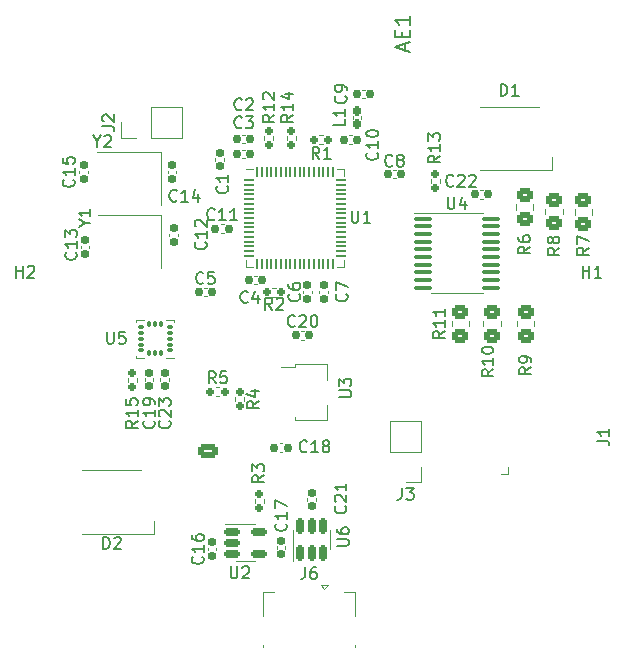
<source format=gto>
G04 #@! TF.GenerationSoftware,KiCad,Pcbnew,7.0.5-7.0.5~ubuntu22.04.1*
G04 #@! TF.CreationDate,2023-06-04T23:43:18-04:00*
G04 #@! TF.ProjectId,reaction-trainer,72656163-7469-46f6-9e2d-747261696e65,1.0*
G04 #@! TF.SameCoordinates,Original*
G04 #@! TF.FileFunction,Legend,Top*
G04 #@! TF.FilePolarity,Positive*
%FSLAX46Y46*%
G04 Gerber Fmt 4.6, Leading zero omitted, Abs format (unit mm)*
G04 Created by KiCad (PCBNEW 7.0.5-7.0.5~ubuntu22.04.1) date 2023-06-04 23:43:18*
%MOMM*%
%LPD*%
G01*
G04 APERTURE LIST*
G04 Aperture macros list*
%AMRoundRect*
0 Rectangle with rounded corners*
0 $1 Rounding radius*
0 $2 $3 $4 $5 $6 $7 $8 $9 X,Y pos of 4 corners*
0 Add a 4 corners polygon primitive as box body*
4,1,4,$2,$3,$4,$5,$6,$7,$8,$9,$2,$3,0*
0 Add four circle primitives for the rounded corners*
1,1,$1+$1,$2,$3*
1,1,$1+$1,$4,$5*
1,1,$1+$1,$6,$7*
1,1,$1+$1,$8,$9*
0 Add four rect primitives between the rounded corners*
20,1,$1+$1,$2,$3,$4,$5,0*
20,1,$1+$1,$4,$5,$6,$7,0*
20,1,$1+$1,$6,$7,$8,$9,0*
20,1,$1+$1,$8,$9,$2,$3,0*%
%AMFreePoly0*
4,1,9,3.862500,-0.866500,0.737500,-0.866500,0.737500,-0.450000,-0.737500,-0.450000,-0.737500,0.450000,0.737500,0.450000,0.737500,0.866500,3.862500,0.866500,3.862500,-0.866500,3.862500,-0.866500,$1*%
G04 Aperture macros list end*
%ADD10C,0.150000*%
%ADD11C,0.120000*%
%ADD12R,2.100000X1.800000*%
%ADD13RoundRect,0.087500X0.187500X0.087500X-0.187500X0.087500X-0.187500X-0.087500X0.187500X-0.087500X0*%
%ADD14RoundRect,0.087500X0.087500X0.187500X-0.087500X0.187500X-0.087500X-0.187500X0.087500X-0.187500X0*%
%ADD15RoundRect,0.155000X-0.212500X-0.155000X0.212500X-0.155000X0.212500X0.155000X-0.212500X0.155000X0*%
%ADD16RoundRect,0.160000X0.197500X0.160000X-0.197500X0.160000X-0.197500X-0.160000X0.197500X-0.160000X0*%
%ADD17RoundRect,0.155000X0.155000X-0.212500X0.155000X0.212500X-0.155000X0.212500X-0.155000X-0.212500X0*%
%ADD18C,2.374900*%
%ADD19C,0.990600*%
%ADD20C,0.787400*%
%ADD21RoundRect,0.155000X-0.155000X0.212500X-0.155000X-0.212500X0.155000X-0.212500X0.155000X0.212500X0*%
%ADD22RoundRect,0.250000X0.450000X-0.350000X0.450000X0.350000X-0.450000X0.350000X-0.450000X-0.350000X0*%
%ADD23RoundRect,0.160000X-0.197500X-0.160000X0.197500X-0.160000X0.197500X0.160000X-0.197500X0.160000X0*%
%ADD24RoundRect,0.160000X-0.160000X0.197500X-0.160000X-0.197500X0.160000X-0.197500X0.160000X0.197500X0*%
%ADD25RoundRect,0.155000X0.212500X0.155000X-0.212500X0.155000X-0.212500X-0.155000X0.212500X-0.155000X0*%
%ADD26RoundRect,0.100000X-0.637500X-0.100000X0.637500X-0.100000X0.637500X0.100000X-0.637500X0.100000X0*%
%ADD27RoundRect,0.250000X-0.450000X0.350000X-0.450000X-0.350000X0.450000X-0.350000X0.450000X0.350000X0*%
%ADD28RoundRect,0.160000X-0.160000X0.222500X-0.160000X-0.222500X0.160000X-0.222500X0.160000X0.222500X0*%
%ADD29R,2.000000X1.100000*%
%ADD30R,1.300000X0.900000*%
%ADD31FreePoly0,0.000000*%
%ADD32RoundRect,0.062500X-0.400000X-0.062500X0.400000X-0.062500X0.400000X0.062500X-0.400000X0.062500X0*%
%ADD33RoundRect,0.062500X-0.062500X-0.400000X0.062500X-0.400000X0.062500X0.400000X-0.062500X0.400000X0*%
%ADD34R,6.400000X6.400000*%
%ADD35RoundRect,0.160000X0.160000X-0.197500X0.160000X0.197500X-0.160000X0.197500X-0.160000X-0.197500X0*%
%ADD36R,1.700000X1.700000*%
%ADD37O,1.700000X1.700000*%
%ADD38C,3.600000*%
%ADD39C,5.600000*%
%ADD40RoundRect,0.150000X-0.512500X-0.150000X0.512500X-0.150000X0.512500X0.150000X-0.512500X0.150000X0*%
%ADD41R,0.400000X1.350000*%
%ADD42O,1.000000X1.900000*%
%ADD43R,0.875000X1.900000*%
%ADD44O,1.050000X1.250000*%
%ADD45R,2.900000X1.900000*%
%ADD46RoundRect,0.150000X0.150000X-0.512500X0.150000X0.512500X-0.150000X0.512500X-0.150000X-0.512500X0*%
%ADD47RoundRect,0.250000X-0.625000X0.350000X-0.625000X-0.350000X0.625000X-0.350000X0.625000X0.350000X0*%
%ADD48O,1.750000X1.200000*%
G04 APERTURE END LIST*
D10*
X116082028Y-82054990D02*
X116558219Y-82054990D01*
X115558219Y-82388323D02*
X116082028Y-82054990D01*
X116082028Y-82054990D02*
X115558219Y-81721657D01*
X116558219Y-80864514D02*
X116558219Y-81435942D01*
X116558219Y-81150228D02*
X115558219Y-81150228D01*
X115558219Y-81150228D02*
X115701076Y-81245466D01*
X115701076Y-81245466D02*
X115796314Y-81340704D01*
X115796314Y-81340704D02*
X115843933Y-81435942D01*
X117957695Y-91250419D02*
X117957695Y-92059942D01*
X117957695Y-92059942D02*
X118005314Y-92155180D01*
X118005314Y-92155180D02*
X118052933Y-92202800D01*
X118052933Y-92202800D02*
X118148171Y-92250419D01*
X118148171Y-92250419D02*
X118338647Y-92250419D01*
X118338647Y-92250419D02*
X118433885Y-92202800D01*
X118433885Y-92202800D02*
X118481504Y-92155180D01*
X118481504Y-92155180D02*
X118529123Y-92059942D01*
X118529123Y-92059942D02*
X118529123Y-91250419D01*
X119481504Y-91250419D02*
X119005314Y-91250419D01*
X119005314Y-91250419D02*
X118957695Y-91726609D01*
X118957695Y-91726609D02*
X119005314Y-91678990D01*
X119005314Y-91678990D02*
X119100552Y-91631371D01*
X119100552Y-91631371D02*
X119338647Y-91631371D01*
X119338647Y-91631371D02*
X119433885Y-91678990D01*
X119433885Y-91678990D02*
X119481504Y-91726609D01*
X119481504Y-91726609D02*
X119529123Y-91821847D01*
X119529123Y-91821847D02*
X119529123Y-92059942D01*
X119529123Y-92059942D02*
X119481504Y-92155180D01*
X119481504Y-92155180D02*
X119433885Y-92202800D01*
X119433885Y-92202800D02*
X119338647Y-92250419D01*
X119338647Y-92250419D02*
X119100552Y-92250419D01*
X119100552Y-92250419D02*
X119005314Y-92202800D01*
X119005314Y-92202800D02*
X118957695Y-92155180D01*
X133866842Y-90741180D02*
X133819223Y-90788800D01*
X133819223Y-90788800D02*
X133676366Y-90836419D01*
X133676366Y-90836419D02*
X133581128Y-90836419D01*
X133581128Y-90836419D02*
X133438271Y-90788800D01*
X133438271Y-90788800D02*
X133343033Y-90693561D01*
X133343033Y-90693561D02*
X133295414Y-90598323D01*
X133295414Y-90598323D02*
X133247795Y-90407847D01*
X133247795Y-90407847D02*
X133247795Y-90264990D01*
X133247795Y-90264990D02*
X133295414Y-90074514D01*
X133295414Y-90074514D02*
X133343033Y-89979276D01*
X133343033Y-89979276D02*
X133438271Y-89884038D01*
X133438271Y-89884038D02*
X133581128Y-89836419D01*
X133581128Y-89836419D02*
X133676366Y-89836419D01*
X133676366Y-89836419D02*
X133819223Y-89884038D01*
X133819223Y-89884038D02*
X133866842Y-89931657D01*
X134247795Y-89931657D02*
X134295414Y-89884038D01*
X134295414Y-89884038D02*
X134390652Y-89836419D01*
X134390652Y-89836419D02*
X134628747Y-89836419D01*
X134628747Y-89836419D02*
X134723985Y-89884038D01*
X134723985Y-89884038D02*
X134771604Y-89931657D01*
X134771604Y-89931657D02*
X134819223Y-90026895D01*
X134819223Y-90026895D02*
X134819223Y-90122133D01*
X134819223Y-90122133D02*
X134771604Y-90264990D01*
X134771604Y-90264990D02*
X134200176Y-90836419D01*
X134200176Y-90836419D02*
X134819223Y-90836419D01*
X135438271Y-89836419D02*
X135533509Y-89836419D01*
X135533509Y-89836419D02*
X135628747Y-89884038D01*
X135628747Y-89884038D02*
X135676366Y-89931657D01*
X135676366Y-89931657D02*
X135723985Y-90026895D01*
X135723985Y-90026895D02*
X135771604Y-90217371D01*
X135771604Y-90217371D02*
X135771604Y-90455466D01*
X135771604Y-90455466D02*
X135723985Y-90645942D01*
X135723985Y-90645942D02*
X135676366Y-90741180D01*
X135676366Y-90741180D02*
X135628747Y-90788800D01*
X135628747Y-90788800D02*
X135533509Y-90836419D01*
X135533509Y-90836419D02*
X135438271Y-90836419D01*
X135438271Y-90836419D02*
X135343033Y-90788800D01*
X135343033Y-90788800D02*
X135295414Y-90741180D01*
X135295414Y-90741180D02*
X135247795Y-90645942D01*
X135247795Y-90645942D02*
X135200176Y-90455466D01*
X135200176Y-90455466D02*
X135200176Y-90217371D01*
X135200176Y-90217371D02*
X135247795Y-90026895D01*
X135247795Y-90026895D02*
X135295414Y-89931657D01*
X135295414Y-89931657D02*
X135343033Y-89884038D01*
X135343033Y-89884038D02*
X135438271Y-89836419D01*
X131952033Y-89354819D02*
X131618700Y-88878628D01*
X131380605Y-89354819D02*
X131380605Y-88354819D01*
X131380605Y-88354819D02*
X131761557Y-88354819D01*
X131761557Y-88354819D02*
X131856795Y-88402438D01*
X131856795Y-88402438D02*
X131904414Y-88450057D01*
X131904414Y-88450057D02*
X131952033Y-88545295D01*
X131952033Y-88545295D02*
X131952033Y-88688152D01*
X131952033Y-88688152D02*
X131904414Y-88783390D01*
X131904414Y-88783390D02*
X131856795Y-88831009D01*
X131856795Y-88831009D02*
X131761557Y-88878628D01*
X131761557Y-88878628D02*
X131380605Y-88878628D01*
X132332986Y-88450057D02*
X132380605Y-88402438D01*
X132380605Y-88402438D02*
X132475843Y-88354819D01*
X132475843Y-88354819D02*
X132713938Y-88354819D01*
X132713938Y-88354819D02*
X132809176Y-88402438D01*
X132809176Y-88402438D02*
X132856795Y-88450057D01*
X132856795Y-88450057D02*
X132904414Y-88545295D01*
X132904414Y-88545295D02*
X132904414Y-88640533D01*
X132904414Y-88640533D02*
X132856795Y-88783390D01*
X132856795Y-88783390D02*
X132285367Y-89354819D01*
X132285367Y-89354819D02*
X132904414Y-89354819D01*
X121923980Y-98788457D02*
X121971600Y-98836076D01*
X121971600Y-98836076D02*
X122019219Y-98978933D01*
X122019219Y-98978933D02*
X122019219Y-99074171D01*
X122019219Y-99074171D02*
X121971600Y-99217028D01*
X121971600Y-99217028D02*
X121876361Y-99312266D01*
X121876361Y-99312266D02*
X121781123Y-99359885D01*
X121781123Y-99359885D02*
X121590647Y-99407504D01*
X121590647Y-99407504D02*
X121447790Y-99407504D01*
X121447790Y-99407504D02*
X121257314Y-99359885D01*
X121257314Y-99359885D02*
X121162076Y-99312266D01*
X121162076Y-99312266D02*
X121066838Y-99217028D01*
X121066838Y-99217028D02*
X121019219Y-99074171D01*
X121019219Y-99074171D02*
X121019219Y-98978933D01*
X121019219Y-98978933D02*
X121066838Y-98836076D01*
X121066838Y-98836076D02*
X121114457Y-98788457D01*
X122019219Y-97836076D02*
X122019219Y-98407504D01*
X122019219Y-98121790D02*
X121019219Y-98121790D01*
X121019219Y-98121790D02*
X121162076Y-98217028D01*
X121162076Y-98217028D02*
X121257314Y-98312266D01*
X121257314Y-98312266D02*
X121304933Y-98407504D01*
X122019219Y-97359885D02*
X122019219Y-97169409D01*
X122019219Y-97169409D02*
X121971600Y-97074171D01*
X121971600Y-97074171D02*
X121923980Y-97026552D01*
X121923980Y-97026552D02*
X121781123Y-96931314D01*
X121781123Y-96931314D02*
X121590647Y-96883695D01*
X121590647Y-96883695D02*
X121209695Y-96883695D01*
X121209695Y-96883695D02*
X121114457Y-96931314D01*
X121114457Y-96931314D02*
X121066838Y-96978933D01*
X121066838Y-96978933D02*
X121019219Y-97074171D01*
X121019219Y-97074171D02*
X121019219Y-97264647D01*
X121019219Y-97264647D02*
X121066838Y-97359885D01*
X121066838Y-97359885D02*
X121114457Y-97407504D01*
X121114457Y-97407504D02*
X121209695Y-97455123D01*
X121209695Y-97455123D02*
X121447790Y-97455123D01*
X121447790Y-97455123D02*
X121543028Y-97407504D01*
X121543028Y-97407504D02*
X121590647Y-97359885D01*
X121590647Y-97359885D02*
X121638266Y-97264647D01*
X121638266Y-97264647D02*
X121638266Y-97074171D01*
X121638266Y-97074171D02*
X121590647Y-96978933D01*
X121590647Y-96978933D02*
X121543028Y-96931314D01*
X121543028Y-96931314D02*
X121447790Y-96883695D01*
X159474819Y-100460133D02*
X160189104Y-100460133D01*
X160189104Y-100460133D02*
X160331961Y-100507752D01*
X160331961Y-100507752D02*
X160427200Y-100602990D01*
X160427200Y-100602990D02*
X160474819Y-100745847D01*
X160474819Y-100745847D02*
X160474819Y-100841085D01*
X160474819Y-99460133D02*
X160474819Y-100031561D01*
X160474819Y-99745847D02*
X159474819Y-99745847D01*
X159474819Y-99745847D02*
X159617676Y-99841085D01*
X159617676Y-99841085D02*
X159712914Y-99936323D01*
X159712914Y-99936323D02*
X159760533Y-100031561D01*
X138129180Y-106002057D02*
X138176800Y-106049676D01*
X138176800Y-106049676D02*
X138224419Y-106192533D01*
X138224419Y-106192533D02*
X138224419Y-106287771D01*
X138224419Y-106287771D02*
X138176800Y-106430628D01*
X138176800Y-106430628D02*
X138081561Y-106525866D01*
X138081561Y-106525866D02*
X137986323Y-106573485D01*
X137986323Y-106573485D02*
X137795847Y-106621104D01*
X137795847Y-106621104D02*
X137652990Y-106621104D01*
X137652990Y-106621104D02*
X137462514Y-106573485D01*
X137462514Y-106573485D02*
X137367276Y-106525866D01*
X137367276Y-106525866D02*
X137272038Y-106430628D01*
X137272038Y-106430628D02*
X137224419Y-106287771D01*
X137224419Y-106287771D02*
X137224419Y-106192533D01*
X137224419Y-106192533D02*
X137272038Y-106049676D01*
X137272038Y-106049676D02*
X137319657Y-106002057D01*
X137319657Y-105621104D02*
X137272038Y-105573485D01*
X137272038Y-105573485D02*
X137224419Y-105478247D01*
X137224419Y-105478247D02*
X137224419Y-105240152D01*
X137224419Y-105240152D02*
X137272038Y-105144914D01*
X137272038Y-105144914D02*
X137319657Y-105097295D01*
X137319657Y-105097295D02*
X137414895Y-105049676D01*
X137414895Y-105049676D02*
X137510133Y-105049676D01*
X137510133Y-105049676D02*
X137652990Y-105097295D01*
X137652990Y-105097295D02*
X138224419Y-105668723D01*
X138224419Y-105668723D02*
X138224419Y-105049676D01*
X138224419Y-104097295D02*
X138224419Y-104668723D01*
X138224419Y-104383009D02*
X137224419Y-104383009D01*
X137224419Y-104383009D02*
X137367276Y-104478247D01*
X137367276Y-104478247D02*
X137462514Y-104573485D01*
X137462514Y-104573485D02*
X137510133Y-104668723D01*
X156258419Y-84139066D02*
X155782228Y-84472399D01*
X156258419Y-84710494D02*
X155258419Y-84710494D01*
X155258419Y-84710494D02*
X155258419Y-84329542D01*
X155258419Y-84329542D02*
X155306038Y-84234304D01*
X155306038Y-84234304D02*
X155353657Y-84186685D01*
X155353657Y-84186685D02*
X155448895Y-84139066D01*
X155448895Y-84139066D02*
X155591752Y-84139066D01*
X155591752Y-84139066D02*
X155686990Y-84186685D01*
X155686990Y-84186685D02*
X155734609Y-84234304D01*
X155734609Y-84234304D02*
X155782228Y-84329542D01*
X155782228Y-84329542D02*
X155782228Y-84710494D01*
X155686990Y-83567637D02*
X155639371Y-83662875D01*
X155639371Y-83662875D02*
X155591752Y-83710494D01*
X155591752Y-83710494D02*
X155496514Y-83758113D01*
X155496514Y-83758113D02*
X155448895Y-83758113D01*
X155448895Y-83758113D02*
X155353657Y-83710494D01*
X155353657Y-83710494D02*
X155306038Y-83662875D01*
X155306038Y-83662875D02*
X155258419Y-83567637D01*
X155258419Y-83567637D02*
X155258419Y-83377161D01*
X155258419Y-83377161D02*
X155306038Y-83281923D01*
X155306038Y-83281923D02*
X155353657Y-83234304D01*
X155353657Y-83234304D02*
X155448895Y-83186685D01*
X155448895Y-83186685D02*
X155496514Y-83186685D01*
X155496514Y-83186685D02*
X155591752Y-83234304D01*
X155591752Y-83234304D02*
X155639371Y-83281923D01*
X155639371Y-83281923D02*
X155686990Y-83377161D01*
X155686990Y-83377161D02*
X155686990Y-83567637D01*
X155686990Y-83567637D02*
X155734609Y-83662875D01*
X155734609Y-83662875D02*
X155782228Y-83710494D01*
X155782228Y-83710494D02*
X155877466Y-83758113D01*
X155877466Y-83758113D02*
X156067942Y-83758113D01*
X156067942Y-83758113D02*
X156163180Y-83710494D01*
X156163180Y-83710494D02*
X156210800Y-83662875D01*
X156210800Y-83662875D02*
X156258419Y-83567637D01*
X156258419Y-83567637D02*
X156258419Y-83377161D01*
X156258419Y-83377161D02*
X156210800Y-83281923D01*
X156210800Y-83281923D02*
X156163180Y-83234304D01*
X156163180Y-83234304D02*
X156067942Y-83186685D01*
X156067942Y-83186685D02*
X155877466Y-83186685D01*
X155877466Y-83186685D02*
X155782228Y-83234304D01*
X155782228Y-83234304D02*
X155734609Y-83281923D01*
X155734609Y-83281923D02*
X155686990Y-83377161D01*
X127150233Y-95601619D02*
X126816900Y-95125428D01*
X126578805Y-95601619D02*
X126578805Y-94601619D01*
X126578805Y-94601619D02*
X126959757Y-94601619D01*
X126959757Y-94601619D02*
X127054995Y-94649238D01*
X127054995Y-94649238D02*
X127102614Y-94696857D01*
X127102614Y-94696857D02*
X127150233Y-94792095D01*
X127150233Y-94792095D02*
X127150233Y-94934952D01*
X127150233Y-94934952D02*
X127102614Y-95030190D01*
X127102614Y-95030190D02*
X127054995Y-95077809D01*
X127054995Y-95077809D02*
X126959757Y-95125428D01*
X126959757Y-95125428D02*
X126578805Y-95125428D01*
X128054995Y-94601619D02*
X127578805Y-94601619D01*
X127578805Y-94601619D02*
X127531186Y-95077809D01*
X127531186Y-95077809D02*
X127578805Y-95030190D01*
X127578805Y-95030190D02*
X127674043Y-94982571D01*
X127674043Y-94982571D02*
X127912138Y-94982571D01*
X127912138Y-94982571D02*
X128007376Y-95030190D01*
X128007376Y-95030190D02*
X128054995Y-95077809D01*
X128054995Y-95077809D02*
X128102614Y-95173047D01*
X128102614Y-95173047D02*
X128102614Y-95411142D01*
X128102614Y-95411142D02*
X128054995Y-95506380D01*
X128054995Y-95506380D02*
X128007376Y-95554000D01*
X128007376Y-95554000D02*
X127912138Y-95601619D01*
X127912138Y-95601619D02*
X127674043Y-95601619D01*
X127674043Y-95601619D02*
X127578805Y-95554000D01*
X127578805Y-95554000D02*
X127531186Y-95506380D01*
X130809219Y-97105166D02*
X130333028Y-97438499D01*
X130809219Y-97676594D02*
X129809219Y-97676594D01*
X129809219Y-97676594D02*
X129809219Y-97295642D01*
X129809219Y-97295642D02*
X129856838Y-97200404D01*
X129856838Y-97200404D02*
X129904457Y-97152785D01*
X129904457Y-97152785D02*
X129999695Y-97105166D01*
X129999695Y-97105166D02*
X130142552Y-97105166D01*
X130142552Y-97105166D02*
X130237790Y-97152785D01*
X130237790Y-97152785D02*
X130285409Y-97200404D01*
X130285409Y-97200404D02*
X130333028Y-97295642D01*
X130333028Y-97295642D02*
X130333028Y-97676594D01*
X130142552Y-96248023D02*
X130809219Y-96248023D01*
X129761600Y-96486118D02*
X130475885Y-96724213D01*
X130475885Y-96724213D02*
X130475885Y-96105166D01*
X134891542Y-101349980D02*
X134843923Y-101397600D01*
X134843923Y-101397600D02*
X134701066Y-101445219D01*
X134701066Y-101445219D02*
X134605828Y-101445219D01*
X134605828Y-101445219D02*
X134462971Y-101397600D01*
X134462971Y-101397600D02*
X134367733Y-101302361D01*
X134367733Y-101302361D02*
X134320114Y-101207123D01*
X134320114Y-101207123D02*
X134272495Y-101016647D01*
X134272495Y-101016647D02*
X134272495Y-100873790D01*
X134272495Y-100873790D02*
X134320114Y-100683314D01*
X134320114Y-100683314D02*
X134367733Y-100588076D01*
X134367733Y-100588076D02*
X134462971Y-100492838D01*
X134462971Y-100492838D02*
X134605828Y-100445219D01*
X134605828Y-100445219D02*
X134701066Y-100445219D01*
X134701066Y-100445219D02*
X134843923Y-100492838D01*
X134843923Y-100492838D02*
X134891542Y-100540457D01*
X135843923Y-101445219D02*
X135272495Y-101445219D01*
X135558209Y-101445219D02*
X135558209Y-100445219D01*
X135558209Y-100445219D02*
X135462971Y-100588076D01*
X135462971Y-100588076D02*
X135367733Y-100683314D01*
X135367733Y-100683314D02*
X135272495Y-100730933D01*
X136415352Y-100873790D02*
X136320114Y-100826171D01*
X136320114Y-100826171D02*
X136272495Y-100778552D01*
X136272495Y-100778552D02*
X136224876Y-100683314D01*
X136224876Y-100683314D02*
X136224876Y-100635695D01*
X136224876Y-100635695D02*
X136272495Y-100540457D01*
X136272495Y-100540457D02*
X136320114Y-100492838D01*
X136320114Y-100492838D02*
X136415352Y-100445219D01*
X136415352Y-100445219D02*
X136605828Y-100445219D01*
X136605828Y-100445219D02*
X136701066Y-100492838D01*
X136701066Y-100492838D02*
X136748685Y-100540457D01*
X136748685Y-100540457D02*
X136796304Y-100635695D01*
X136796304Y-100635695D02*
X136796304Y-100683314D01*
X136796304Y-100683314D02*
X136748685Y-100778552D01*
X136748685Y-100778552D02*
X136701066Y-100826171D01*
X136701066Y-100826171D02*
X136605828Y-100873790D01*
X136605828Y-100873790D02*
X136415352Y-100873790D01*
X136415352Y-100873790D02*
X136320114Y-100921409D01*
X136320114Y-100921409D02*
X136272495Y-100969028D01*
X136272495Y-100969028D02*
X136224876Y-101064266D01*
X136224876Y-101064266D02*
X136224876Y-101254742D01*
X136224876Y-101254742D02*
X136272495Y-101349980D01*
X136272495Y-101349980D02*
X136320114Y-101397600D01*
X136320114Y-101397600D02*
X136415352Y-101445219D01*
X136415352Y-101445219D02*
X136605828Y-101445219D01*
X136605828Y-101445219D02*
X136701066Y-101397600D01*
X136701066Y-101397600D02*
X136748685Y-101349980D01*
X136748685Y-101349980D02*
X136796304Y-101254742D01*
X136796304Y-101254742D02*
X136796304Y-101064266D01*
X136796304Y-101064266D02*
X136748685Y-100969028D01*
X136748685Y-100969028D02*
X136701066Y-100921409D01*
X136701066Y-100921409D02*
X136605828Y-100873790D01*
X146812095Y-79836819D02*
X146812095Y-80646342D01*
X146812095Y-80646342D02*
X146859714Y-80741580D01*
X146859714Y-80741580D02*
X146907333Y-80789200D01*
X146907333Y-80789200D02*
X147002571Y-80836819D01*
X147002571Y-80836819D02*
X147193047Y-80836819D01*
X147193047Y-80836819D02*
X147288285Y-80789200D01*
X147288285Y-80789200D02*
X147335904Y-80741580D01*
X147335904Y-80741580D02*
X147383523Y-80646342D01*
X147383523Y-80646342D02*
X147383523Y-79836819D01*
X148288285Y-80170152D02*
X148288285Y-80836819D01*
X148050190Y-79789200D02*
X147812095Y-80503485D01*
X147812095Y-80503485D02*
X148431142Y-80503485D01*
X135938633Y-76605619D02*
X135605300Y-76129428D01*
X135367205Y-76605619D02*
X135367205Y-75605619D01*
X135367205Y-75605619D02*
X135748157Y-75605619D01*
X135748157Y-75605619D02*
X135843395Y-75653238D01*
X135843395Y-75653238D02*
X135891014Y-75700857D01*
X135891014Y-75700857D02*
X135938633Y-75796095D01*
X135938633Y-75796095D02*
X135938633Y-75938952D01*
X135938633Y-75938952D02*
X135891014Y-76034190D01*
X135891014Y-76034190D02*
X135843395Y-76081809D01*
X135843395Y-76081809D02*
X135748157Y-76129428D01*
X135748157Y-76129428D02*
X135367205Y-76129428D01*
X136891014Y-76605619D02*
X136319586Y-76605619D01*
X136605300Y-76605619D02*
X136605300Y-75605619D01*
X136605300Y-75605619D02*
X136510062Y-75748476D01*
X136510062Y-75748476D02*
X136414824Y-75843714D01*
X136414824Y-75843714D02*
X136319586Y-75891333D01*
X153870819Y-94248266D02*
X153394628Y-94581599D01*
X153870819Y-94819694D02*
X152870819Y-94819694D01*
X152870819Y-94819694D02*
X152870819Y-94438742D01*
X152870819Y-94438742D02*
X152918438Y-94343504D01*
X152918438Y-94343504D02*
X152966057Y-94295885D01*
X152966057Y-94295885D02*
X153061295Y-94248266D01*
X153061295Y-94248266D02*
X153204152Y-94248266D01*
X153204152Y-94248266D02*
X153299390Y-94295885D01*
X153299390Y-94295885D02*
X153347009Y-94343504D01*
X153347009Y-94343504D02*
X153394628Y-94438742D01*
X153394628Y-94438742D02*
X153394628Y-94819694D01*
X153870819Y-93772075D02*
X153870819Y-93581599D01*
X153870819Y-93581599D02*
X153823200Y-93486361D01*
X153823200Y-93486361D02*
X153775580Y-93438742D01*
X153775580Y-93438742D02*
X153632723Y-93343504D01*
X153632723Y-93343504D02*
X153442247Y-93295885D01*
X153442247Y-93295885D02*
X153061295Y-93295885D01*
X153061295Y-93295885D02*
X152966057Y-93343504D01*
X152966057Y-93343504D02*
X152918438Y-93391123D01*
X152918438Y-93391123D02*
X152870819Y-93486361D01*
X152870819Y-93486361D02*
X152870819Y-93676837D01*
X152870819Y-93676837D02*
X152918438Y-93772075D01*
X152918438Y-93772075D02*
X152966057Y-93819694D01*
X152966057Y-93819694D02*
X153061295Y-93867313D01*
X153061295Y-93867313D02*
X153299390Y-93867313D01*
X153299390Y-93867313D02*
X153394628Y-93819694D01*
X153394628Y-93819694D02*
X153442247Y-93772075D01*
X153442247Y-93772075D02*
X153489866Y-93676837D01*
X153489866Y-93676837D02*
X153489866Y-93486361D01*
X153489866Y-93486361D02*
X153442247Y-93391123D01*
X153442247Y-93391123D02*
X153394628Y-93343504D01*
X153394628Y-93343504D02*
X153299390Y-93295885D01*
X146555619Y-91203257D02*
X146079428Y-91536590D01*
X146555619Y-91774685D02*
X145555619Y-91774685D01*
X145555619Y-91774685D02*
X145555619Y-91393733D01*
X145555619Y-91393733D02*
X145603238Y-91298495D01*
X145603238Y-91298495D02*
X145650857Y-91250876D01*
X145650857Y-91250876D02*
X145746095Y-91203257D01*
X145746095Y-91203257D02*
X145888952Y-91203257D01*
X145888952Y-91203257D02*
X145984190Y-91250876D01*
X145984190Y-91250876D02*
X146031809Y-91298495D01*
X146031809Y-91298495D02*
X146079428Y-91393733D01*
X146079428Y-91393733D02*
X146079428Y-91774685D01*
X146555619Y-90250876D02*
X146555619Y-90822304D01*
X146555619Y-90536590D02*
X145555619Y-90536590D01*
X145555619Y-90536590D02*
X145698476Y-90631828D01*
X145698476Y-90631828D02*
X145793714Y-90727066D01*
X145793714Y-90727066D02*
X145841333Y-90822304D01*
X146555619Y-89298495D02*
X146555619Y-89869923D01*
X146555619Y-89584209D02*
X145555619Y-89584209D01*
X145555619Y-89584209D02*
X145698476Y-89679447D01*
X145698476Y-89679447D02*
X145793714Y-89774685D01*
X145793714Y-89774685D02*
X145841333Y-89869923D01*
X126047180Y-110277957D02*
X126094800Y-110325576D01*
X126094800Y-110325576D02*
X126142419Y-110468433D01*
X126142419Y-110468433D02*
X126142419Y-110563671D01*
X126142419Y-110563671D02*
X126094800Y-110706528D01*
X126094800Y-110706528D02*
X125999561Y-110801766D01*
X125999561Y-110801766D02*
X125904323Y-110849385D01*
X125904323Y-110849385D02*
X125713847Y-110897004D01*
X125713847Y-110897004D02*
X125570990Y-110897004D01*
X125570990Y-110897004D02*
X125380514Y-110849385D01*
X125380514Y-110849385D02*
X125285276Y-110801766D01*
X125285276Y-110801766D02*
X125190038Y-110706528D01*
X125190038Y-110706528D02*
X125142419Y-110563671D01*
X125142419Y-110563671D02*
X125142419Y-110468433D01*
X125142419Y-110468433D02*
X125190038Y-110325576D01*
X125190038Y-110325576D02*
X125237657Y-110277957D01*
X126142419Y-109325576D02*
X126142419Y-109897004D01*
X126142419Y-109611290D02*
X125142419Y-109611290D01*
X125142419Y-109611290D02*
X125285276Y-109706528D01*
X125285276Y-109706528D02*
X125380514Y-109801766D01*
X125380514Y-109801766D02*
X125428133Y-109897004D01*
X125142419Y-108468433D02*
X125142419Y-108658909D01*
X125142419Y-108658909D02*
X125190038Y-108754147D01*
X125190038Y-108754147D02*
X125237657Y-108801766D01*
X125237657Y-108801766D02*
X125380514Y-108897004D01*
X125380514Y-108897004D02*
X125570990Y-108944623D01*
X125570990Y-108944623D02*
X125951942Y-108944623D01*
X125951942Y-108944623D02*
X126047180Y-108897004D01*
X126047180Y-108897004D02*
X126094800Y-108849385D01*
X126094800Y-108849385D02*
X126142419Y-108754147D01*
X126142419Y-108754147D02*
X126142419Y-108563671D01*
X126142419Y-108563671D02*
X126094800Y-108468433D01*
X126094800Y-108468433D02*
X126047180Y-108420814D01*
X126047180Y-108420814D02*
X125951942Y-108373195D01*
X125951942Y-108373195D02*
X125713847Y-108373195D01*
X125713847Y-108373195D02*
X125618609Y-108420814D01*
X125618609Y-108420814D02*
X125570990Y-108468433D01*
X125570990Y-108468433D02*
X125523371Y-108563671D01*
X125523371Y-108563671D02*
X125523371Y-108754147D01*
X125523371Y-108754147D02*
X125570990Y-108849385D01*
X125570990Y-108849385D02*
X125618609Y-108897004D01*
X125618609Y-108897004D02*
X125713847Y-108944623D01*
X138230780Y-88050666D02*
X138278400Y-88098285D01*
X138278400Y-88098285D02*
X138326019Y-88241142D01*
X138326019Y-88241142D02*
X138326019Y-88336380D01*
X138326019Y-88336380D02*
X138278400Y-88479237D01*
X138278400Y-88479237D02*
X138183161Y-88574475D01*
X138183161Y-88574475D02*
X138087923Y-88622094D01*
X138087923Y-88622094D02*
X137897447Y-88669713D01*
X137897447Y-88669713D02*
X137754590Y-88669713D01*
X137754590Y-88669713D02*
X137564114Y-88622094D01*
X137564114Y-88622094D02*
X137468876Y-88574475D01*
X137468876Y-88574475D02*
X137373638Y-88479237D01*
X137373638Y-88479237D02*
X137326019Y-88336380D01*
X137326019Y-88336380D02*
X137326019Y-88241142D01*
X137326019Y-88241142D02*
X137373638Y-88098285D01*
X137373638Y-88098285D02*
X137421257Y-88050666D01*
X137326019Y-87717332D02*
X137326019Y-87050666D01*
X137326019Y-87050666D02*
X138326019Y-87479237D01*
X138122819Y-73254166D02*
X138122819Y-73730356D01*
X138122819Y-73730356D02*
X137122819Y-73730356D01*
X138122819Y-72397023D02*
X138122819Y-72968451D01*
X138122819Y-72682737D02*
X137122819Y-72682737D01*
X137122819Y-72682737D02*
X137265676Y-72777975D01*
X137265676Y-72777975D02*
X137360914Y-72873213D01*
X137360914Y-72873213D02*
X137408533Y-72968451D01*
X151293905Y-71270019D02*
X151293905Y-70270019D01*
X151293905Y-70270019D02*
X151532000Y-70270019D01*
X151532000Y-70270019D02*
X151674857Y-70317638D01*
X151674857Y-70317638D02*
X151770095Y-70412876D01*
X151770095Y-70412876D02*
X151817714Y-70508114D01*
X151817714Y-70508114D02*
X151865333Y-70698590D01*
X151865333Y-70698590D02*
X151865333Y-70841447D01*
X151865333Y-70841447D02*
X151817714Y-71031923D01*
X151817714Y-71031923D02*
X151770095Y-71127161D01*
X151770095Y-71127161D02*
X151674857Y-71222400D01*
X151674857Y-71222400D02*
X151532000Y-71270019D01*
X151532000Y-71270019D02*
X151293905Y-71270019D01*
X152817714Y-71270019D02*
X152246286Y-71270019D01*
X152532000Y-71270019D02*
X152532000Y-70270019D01*
X152532000Y-70270019D02*
X152436762Y-70412876D01*
X152436762Y-70412876D02*
X152341524Y-70508114D01*
X152341524Y-70508114D02*
X152246286Y-70555733D01*
X117125809Y-75111828D02*
X117125809Y-75588019D01*
X116792476Y-74588019D02*
X117125809Y-75111828D01*
X117125809Y-75111828D02*
X117459142Y-74588019D01*
X117744857Y-74683257D02*
X117792476Y-74635638D01*
X117792476Y-74635638D02*
X117887714Y-74588019D01*
X117887714Y-74588019D02*
X118125809Y-74588019D01*
X118125809Y-74588019D02*
X118221047Y-74635638D01*
X118221047Y-74635638D02*
X118268666Y-74683257D01*
X118268666Y-74683257D02*
X118316285Y-74778495D01*
X118316285Y-74778495D02*
X118316285Y-74873733D01*
X118316285Y-74873733D02*
X118268666Y-75016590D01*
X118268666Y-75016590D02*
X117697238Y-75588019D01*
X117697238Y-75588019D02*
X118316285Y-75588019D01*
X146149219Y-76334857D02*
X145673028Y-76668190D01*
X146149219Y-76906285D02*
X145149219Y-76906285D01*
X145149219Y-76906285D02*
X145149219Y-76525333D01*
X145149219Y-76525333D02*
X145196838Y-76430095D01*
X145196838Y-76430095D02*
X145244457Y-76382476D01*
X145244457Y-76382476D02*
X145339695Y-76334857D01*
X145339695Y-76334857D02*
X145482552Y-76334857D01*
X145482552Y-76334857D02*
X145577790Y-76382476D01*
X145577790Y-76382476D02*
X145625409Y-76430095D01*
X145625409Y-76430095D02*
X145673028Y-76525333D01*
X145673028Y-76525333D02*
X145673028Y-76906285D01*
X146149219Y-75382476D02*
X146149219Y-75953904D01*
X146149219Y-75668190D02*
X145149219Y-75668190D01*
X145149219Y-75668190D02*
X145292076Y-75763428D01*
X145292076Y-75763428D02*
X145387314Y-75858666D01*
X145387314Y-75858666D02*
X145434933Y-75953904D01*
X145149219Y-75049142D02*
X145149219Y-74430095D01*
X145149219Y-74430095D02*
X145530171Y-74763428D01*
X145530171Y-74763428D02*
X145530171Y-74620571D01*
X145530171Y-74620571D02*
X145577790Y-74525333D01*
X145577790Y-74525333D02*
X145625409Y-74477714D01*
X145625409Y-74477714D02*
X145720647Y-74430095D01*
X145720647Y-74430095D02*
X145958742Y-74430095D01*
X145958742Y-74430095D02*
X146053980Y-74477714D01*
X146053980Y-74477714D02*
X146101600Y-74525333D01*
X146101600Y-74525333D02*
X146149219Y-74620571D01*
X146149219Y-74620571D02*
X146149219Y-74906285D01*
X146149219Y-74906285D02*
X146101600Y-75001523D01*
X146101600Y-75001523D02*
X146053980Y-75049142D01*
X158747619Y-84139066D02*
X158271428Y-84472399D01*
X158747619Y-84710494D02*
X157747619Y-84710494D01*
X157747619Y-84710494D02*
X157747619Y-84329542D01*
X157747619Y-84329542D02*
X157795238Y-84234304D01*
X157795238Y-84234304D02*
X157842857Y-84186685D01*
X157842857Y-84186685D02*
X157938095Y-84139066D01*
X157938095Y-84139066D02*
X158080952Y-84139066D01*
X158080952Y-84139066D02*
X158176190Y-84186685D01*
X158176190Y-84186685D02*
X158223809Y-84234304D01*
X158223809Y-84234304D02*
X158271428Y-84329542D01*
X158271428Y-84329542D02*
X158271428Y-84710494D01*
X157747619Y-83805732D02*
X157747619Y-83139066D01*
X157747619Y-83139066D02*
X158747619Y-83567637D01*
X137630819Y-96773904D02*
X138440342Y-96773904D01*
X138440342Y-96773904D02*
X138535580Y-96726285D01*
X138535580Y-96726285D02*
X138583200Y-96678666D01*
X138583200Y-96678666D02*
X138630819Y-96583428D01*
X138630819Y-96583428D02*
X138630819Y-96392952D01*
X138630819Y-96392952D02*
X138583200Y-96297714D01*
X138583200Y-96297714D02*
X138535580Y-96250095D01*
X138535580Y-96250095D02*
X138440342Y-96202476D01*
X138440342Y-96202476D02*
X137630819Y-96202476D01*
X137630819Y-95821523D02*
X137630819Y-95202476D01*
X137630819Y-95202476D02*
X138011771Y-95535809D01*
X138011771Y-95535809D02*
X138011771Y-95392952D01*
X138011771Y-95392952D02*
X138059390Y-95297714D01*
X138059390Y-95297714D02*
X138107009Y-95250095D01*
X138107009Y-95250095D02*
X138202247Y-95202476D01*
X138202247Y-95202476D02*
X138440342Y-95202476D01*
X138440342Y-95202476D02*
X138535580Y-95250095D01*
X138535580Y-95250095D02*
X138583200Y-95297714D01*
X138583200Y-95297714D02*
X138630819Y-95392952D01*
X138630819Y-95392952D02*
X138630819Y-95678666D01*
X138630819Y-95678666D02*
X138583200Y-95773904D01*
X138583200Y-95773904D02*
X138535580Y-95821523D01*
X138684095Y-80988819D02*
X138684095Y-81798342D01*
X138684095Y-81798342D02*
X138731714Y-81893580D01*
X138731714Y-81893580D02*
X138779333Y-81941200D01*
X138779333Y-81941200D02*
X138874571Y-81988819D01*
X138874571Y-81988819D02*
X139065047Y-81988819D01*
X139065047Y-81988819D02*
X139160285Y-81941200D01*
X139160285Y-81941200D02*
X139207904Y-81893580D01*
X139207904Y-81893580D02*
X139255523Y-81798342D01*
X139255523Y-81798342D02*
X139255523Y-80988819D01*
X140255523Y-81988819D02*
X139684095Y-81988819D01*
X139969809Y-81988819D02*
X139969809Y-80988819D01*
X139969809Y-80988819D02*
X139874571Y-81131676D01*
X139874571Y-81131676D02*
X139779333Y-81226914D01*
X139779333Y-81226914D02*
X139684095Y-81274533D01*
X123867942Y-80115580D02*
X123820323Y-80163200D01*
X123820323Y-80163200D02*
X123677466Y-80210819D01*
X123677466Y-80210819D02*
X123582228Y-80210819D01*
X123582228Y-80210819D02*
X123439371Y-80163200D01*
X123439371Y-80163200D02*
X123344133Y-80067961D01*
X123344133Y-80067961D02*
X123296514Y-79972723D01*
X123296514Y-79972723D02*
X123248895Y-79782247D01*
X123248895Y-79782247D02*
X123248895Y-79639390D01*
X123248895Y-79639390D02*
X123296514Y-79448914D01*
X123296514Y-79448914D02*
X123344133Y-79353676D01*
X123344133Y-79353676D02*
X123439371Y-79258438D01*
X123439371Y-79258438D02*
X123582228Y-79210819D01*
X123582228Y-79210819D02*
X123677466Y-79210819D01*
X123677466Y-79210819D02*
X123820323Y-79258438D01*
X123820323Y-79258438D02*
X123867942Y-79306057D01*
X124820323Y-80210819D02*
X124248895Y-80210819D01*
X124534609Y-80210819D02*
X124534609Y-79210819D01*
X124534609Y-79210819D02*
X124439371Y-79353676D01*
X124439371Y-79353676D02*
X124344133Y-79448914D01*
X124344133Y-79448914D02*
X124248895Y-79496533D01*
X125677466Y-79544152D02*
X125677466Y-80210819D01*
X125439371Y-79163200D02*
X125201276Y-79877485D01*
X125201276Y-79877485D02*
X125820323Y-79877485D01*
X115116780Y-78358157D02*
X115164400Y-78405776D01*
X115164400Y-78405776D02*
X115212019Y-78548633D01*
X115212019Y-78548633D02*
X115212019Y-78643871D01*
X115212019Y-78643871D02*
X115164400Y-78786728D01*
X115164400Y-78786728D02*
X115069161Y-78881966D01*
X115069161Y-78881966D02*
X114973923Y-78929585D01*
X114973923Y-78929585D02*
X114783447Y-78977204D01*
X114783447Y-78977204D02*
X114640590Y-78977204D01*
X114640590Y-78977204D02*
X114450114Y-78929585D01*
X114450114Y-78929585D02*
X114354876Y-78881966D01*
X114354876Y-78881966D02*
X114259638Y-78786728D01*
X114259638Y-78786728D02*
X114212019Y-78643871D01*
X114212019Y-78643871D02*
X114212019Y-78548633D01*
X114212019Y-78548633D02*
X114259638Y-78405776D01*
X114259638Y-78405776D02*
X114307257Y-78358157D01*
X115212019Y-77405776D02*
X115212019Y-77977204D01*
X115212019Y-77691490D02*
X114212019Y-77691490D01*
X114212019Y-77691490D02*
X114354876Y-77786728D01*
X114354876Y-77786728D02*
X114450114Y-77881966D01*
X114450114Y-77881966D02*
X114497733Y-77977204D01*
X114212019Y-76501014D02*
X114212019Y-76977204D01*
X114212019Y-76977204D02*
X114688209Y-77024823D01*
X114688209Y-77024823D02*
X114640590Y-76977204D01*
X114640590Y-76977204D02*
X114592971Y-76881966D01*
X114592971Y-76881966D02*
X114592971Y-76643871D01*
X114592971Y-76643871D02*
X114640590Y-76548633D01*
X114640590Y-76548633D02*
X114688209Y-76501014D01*
X114688209Y-76501014D02*
X114783447Y-76453395D01*
X114783447Y-76453395D02*
X115021542Y-76453395D01*
X115021542Y-76453395D02*
X115116780Y-76501014D01*
X115116780Y-76501014D02*
X115164400Y-76548633D01*
X115164400Y-76548633D02*
X115212019Y-76643871D01*
X115212019Y-76643871D02*
X115212019Y-76881966D01*
X115212019Y-76881966D02*
X115164400Y-76977204D01*
X115164400Y-76977204D02*
X115116780Y-77024823D01*
X115319980Y-84513657D02*
X115367600Y-84561276D01*
X115367600Y-84561276D02*
X115415219Y-84704133D01*
X115415219Y-84704133D02*
X115415219Y-84799371D01*
X115415219Y-84799371D02*
X115367600Y-84942228D01*
X115367600Y-84942228D02*
X115272361Y-85037466D01*
X115272361Y-85037466D02*
X115177123Y-85085085D01*
X115177123Y-85085085D02*
X114986647Y-85132704D01*
X114986647Y-85132704D02*
X114843790Y-85132704D01*
X114843790Y-85132704D02*
X114653314Y-85085085D01*
X114653314Y-85085085D02*
X114558076Y-85037466D01*
X114558076Y-85037466D02*
X114462838Y-84942228D01*
X114462838Y-84942228D02*
X114415219Y-84799371D01*
X114415219Y-84799371D02*
X114415219Y-84704133D01*
X114415219Y-84704133D02*
X114462838Y-84561276D01*
X114462838Y-84561276D02*
X114510457Y-84513657D01*
X115415219Y-83561276D02*
X115415219Y-84132704D01*
X115415219Y-83846990D02*
X114415219Y-83846990D01*
X114415219Y-83846990D02*
X114558076Y-83942228D01*
X114558076Y-83942228D02*
X114653314Y-84037466D01*
X114653314Y-84037466D02*
X114700933Y-84132704D01*
X114415219Y-83227942D02*
X114415219Y-82608895D01*
X114415219Y-82608895D02*
X114796171Y-82942228D01*
X114796171Y-82942228D02*
X114796171Y-82799371D01*
X114796171Y-82799371D02*
X114843790Y-82704133D01*
X114843790Y-82704133D02*
X114891409Y-82656514D01*
X114891409Y-82656514D02*
X114986647Y-82608895D01*
X114986647Y-82608895D02*
X115224742Y-82608895D01*
X115224742Y-82608895D02*
X115319980Y-82656514D01*
X115319980Y-82656514D02*
X115367600Y-82704133D01*
X115367600Y-82704133D02*
X115415219Y-82799371D01*
X115415219Y-82799371D02*
X115415219Y-83085085D01*
X115415219Y-83085085D02*
X115367600Y-83180323D01*
X115367600Y-83180323D02*
X115319980Y-83227942D01*
X153769219Y-84037466D02*
X153293028Y-84370799D01*
X153769219Y-84608894D02*
X152769219Y-84608894D01*
X152769219Y-84608894D02*
X152769219Y-84227942D01*
X152769219Y-84227942D02*
X152816838Y-84132704D01*
X152816838Y-84132704D02*
X152864457Y-84085085D01*
X152864457Y-84085085D02*
X152959695Y-84037466D01*
X152959695Y-84037466D02*
X153102552Y-84037466D01*
X153102552Y-84037466D02*
X153197790Y-84085085D01*
X153197790Y-84085085D02*
X153245409Y-84132704D01*
X153245409Y-84132704D02*
X153293028Y-84227942D01*
X153293028Y-84227942D02*
X153293028Y-84608894D01*
X152769219Y-83180323D02*
X152769219Y-83370799D01*
X152769219Y-83370799D02*
X152816838Y-83466037D01*
X152816838Y-83466037D02*
X152864457Y-83513656D01*
X152864457Y-83513656D02*
X153007314Y-83608894D01*
X153007314Y-83608894D02*
X153197790Y-83656513D01*
X153197790Y-83656513D02*
X153578742Y-83656513D01*
X153578742Y-83656513D02*
X153673980Y-83608894D01*
X153673980Y-83608894D02*
X153721600Y-83561275D01*
X153721600Y-83561275D02*
X153769219Y-83466037D01*
X153769219Y-83466037D02*
X153769219Y-83275561D01*
X153769219Y-83275561D02*
X153721600Y-83180323D01*
X153721600Y-83180323D02*
X153673980Y-83132704D01*
X153673980Y-83132704D02*
X153578742Y-83085085D01*
X153578742Y-83085085D02*
X153340647Y-83085085D01*
X153340647Y-83085085D02*
X153245409Y-83132704D01*
X153245409Y-83132704D02*
X153197790Y-83180323D01*
X153197790Y-83180323D02*
X153150171Y-83275561D01*
X153150171Y-83275561D02*
X153150171Y-83466037D01*
X153150171Y-83466037D02*
X153197790Y-83561275D01*
X153197790Y-83561275D02*
X153245409Y-83608894D01*
X153245409Y-83608894D02*
X153340647Y-83656513D01*
X133703219Y-72880457D02*
X133227028Y-73213790D01*
X133703219Y-73451885D02*
X132703219Y-73451885D01*
X132703219Y-73451885D02*
X132703219Y-73070933D01*
X132703219Y-73070933D02*
X132750838Y-72975695D01*
X132750838Y-72975695D02*
X132798457Y-72928076D01*
X132798457Y-72928076D02*
X132893695Y-72880457D01*
X132893695Y-72880457D02*
X133036552Y-72880457D01*
X133036552Y-72880457D02*
X133131790Y-72928076D01*
X133131790Y-72928076D02*
X133179409Y-72975695D01*
X133179409Y-72975695D02*
X133227028Y-73070933D01*
X133227028Y-73070933D02*
X133227028Y-73451885D01*
X133703219Y-71928076D02*
X133703219Y-72499504D01*
X133703219Y-72213790D02*
X132703219Y-72213790D01*
X132703219Y-72213790D02*
X132846076Y-72309028D01*
X132846076Y-72309028D02*
X132941314Y-72404266D01*
X132941314Y-72404266D02*
X132988933Y-72499504D01*
X133036552Y-71070933D02*
X133703219Y-71070933D01*
X132655600Y-71309028D02*
X133369885Y-71547123D01*
X133369885Y-71547123D02*
X133369885Y-70928076D01*
X142126639Y-77154380D02*
X142079020Y-77202000D01*
X142079020Y-77202000D02*
X141936163Y-77249619D01*
X141936163Y-77249619D02*
X141840925Y-77249619D01*
X141840925Y-77249619D02*
X141698068Y-77202000D01*
X141698068Y-77202000D02*
X141602830Y-77106761D01*
X141602830Y-77106761D02*
X141555211Y-77011523D01*
X141555211Y-77011523D02*
X141507592Y-76821047D01*
X141507592Y-76821047D02*
X141507592Y-76678190D01*
X141507592Y-76678190D02*
X141555211Y-76487714D01*
X141555211Y-76487714D02*
X141602830Y-76392476D01*
X141602830Y-76392476D02*
X141698068Y-76297238D01*
X141698068Y-76297238D02*
X141840925Y-76249619D01*
X141840925Y-76249619D02*
X141936163Y-76249619D01*
X141936163Y-76249619D02*
X142079020Y-76297238D01*
X142079020Y-76297238D02*
X142126639Y-76344857D01*
X142698068Y-76678190D02*
X142602830Y-76630571D01*
X142602830Y-76630571D02*
X142555211Y-76582952D01*
X142555211Y-76582952D02*
X142507592Y-76487714D01*
X142507592Y-76487714D02*
X142507592Y-76440095D01*
X142507592Y-76440095D02*
X142555211Y-76344857D01*
X142555211Y-76344857D02*
X142602830Y-76297238D01*
X142602830Y-76297238D02*
X142698068Y-76249619D01*
X142698068Y-76249619D02*
X142888544Y-76249619D01*
X142888544Y-76249619D02*
X142983782Y-76297238D01*
X142983782Y-76297238D02*
X143031401Y-76344857D01*
X143031401Y-76344857D02*
X143079020Y-76440095D01*
X143079020Y-76440095D02*
X143079020Y-76487714D01*
X143079020Y-76487714D02*
X143031401Y-76582952D01*
X143031401Y-76582952D02*
X142983782Y-76630571D01*
X142983782Y-76630571D02*
X142888544Y-76678190D01*
X142888544Y-76678190D02*
X142698068Y-76678190D01*
X142698068Y-76678190D02*
X142602830Y-76725809D01*
X142602830Y-76725809D02*
X142555211Y-76773428D01*
X142555211Y-76773428D02*
X142507592Y-76868666D01*
X142507592Y-76868666D02*
X142507592Y-77059142D01*
X142507592Y-77059142D02*
X142555211Y-77154380D01*
X142555211Y-77154380D02*
X142602830Y-77202000D01*
X142602830Y-77202000D02*
X142698068Y-77249619D01*
X142698068Y-77249619D02*
X142888544Y-77249619D01*
X142888544Y-77249619D02*
X142983782Y-77202000D01*
X142983782Y-77202000D02*
X143031401Y-77154380D01*
X143031401Y-77154380D02*
X143079020Y-77059142D01*
X143079020Y-77059142D02*
X143079020Y-76868666D01*
X143079020Y-76868666D02*
X143031401Y-76773428D01*
X143031401Y-76773428D02*
X142983782Y-76725809D01*
X142983782Y-76725809D02*
X142888544Y-76678190D01*
X123244780Y-98788457D02*
X123292400Y-98836076D01*
X123292400Y-98836076D02*
X123340019Y-98978933D01*
X123340019Y-98978933D02*
X123340019Y-99074171D01*
X123340019Y-99074171D02*
X123292400Y-99217028D01*
X123292400Y-99217028D02*
X123197161Y-99312266D01*
X123197161Y-99312266D02*
X123101923Y-99359885D01*
X123101923Y-99359885D02*
X122911447Y-99407504D01*
X122911447Y-99407504D02*
X122768590Y-99407504D01*
X122768590Y-99407504D02*
X122578114Y-99359885D01*
X122578114Y-99359885D02*
X122482876Y-99312266D01*
X122482876Y-99312266D02*
X122387638Y-99217028D01*
X122387638Y-99217028D02*
X122340019Y-99074171D01*
X122340019Y-99074171D02*
X122340019Y-98978933D01*
X122340019Y-98978933D02*
X122387638Y-98836076D01*
X122387638Y-98836076D02*
X122435257Y-98788457D01*
X122435257Y-98407504D02*
X122387638Y-98359885D01*
X122387638Y-98359885D02*
X122340019Y-98264647D01*
X122340019Y-98264647D02*
X122340019Y-98026552D01*
X122340019Y-98026552D02*
X122387638Y-97931314D01*
X122387638Y-97931314D02*
X122435257Y-97883695D01*
X122435257Y-97883695D02*
X122530495Y-97836076D01*
X122530495Y-97836076D02*
X122625733Y-97836076D01*
X122625733Y-97836076D02*
X122768590Y-97883695D01*
X122768590Y-97883695D02*
X123340019Y-98455123D01*
X123340019Y-98455123D02*
X123340019Y-97836076D01*
X122340019Y-97502742D02*
X122340019Y-96883695D01*
X122340019Y-96883695D02*
X122720971Y-97217028D01*
X122720971Y-97217028D02*
X122720971Y-97074171D01*
X122720971Y-97074171D02*
X122768590Y-96978933D01*
X122768590Y-96978933D02*
X122816209Y-96931314D01*
X122816209Y-96931314D02*
X122911447Y-96883695D01*
X122911447Y-96883695D02*
X123149542Y-96883695D01*
X123149542Y-96883695D02*
X123244780Y-96931314D01*
X123244780Y-96931314D02*
X123292400Y-96978933D01*
X123292400Y-96978933D02*
X123340019Y-97074171D01*
X123340019Y-97074171D02*
X123340019Y-97359885D01*
X123340019Y-97359885D02*
X123292400Y-97455123D01*
X123292400Y-97455123D02*
X123244780Y-97502742D01*
X128121580Y-78906666D02*
X128169200Y-78954285D01*
X128169200Y-78954285D02*
X128216819Y-79097142D01*
X128216819Y-79097142D02*
X128216819Y-79192380D01*
X128216819Y-79192380D02*
X128169200Y-79335237D01*
X128169200Y-79335237D02*
X128073961Y-79430475D01*
X128073961Y-79430475D02*
X127978723Y-79478094D01*
X127978723Y-79478094D02*
X127788247Y-79525713D01*
X127788247Y-79525713D02*
X127645390Y-79525713D01*
X127645390Y-79525713D02*
X127454914Y-79478094D01*
X127454914Y-79478094D02*
X127359676Y-79430475D01*
X127359676Y-79430475D02*
X127264438Y-79335237D01*
X127264438Y-79335237D02*
X127216819Y-79192380D01*
X127216819Y-79192380D02*
X127216819Y-79097142D01*
X127216819Y-79097142D02*
X127264438Y-78954285D01*
X127264438Y-78954285D02*
X127312057Y-78906666D01*
X128216819Y-77954285D02*
X128216819Y-78525713D01*
X128216819Y-78239999D02*
X127216819Y-78239999D01*
X127216819Y-78239999D02*
X127359676Y-78335237D01*
X127359676Y-78335237D02*
X127454914Y-78430475D01*
X127454914Y-78430475D02*
X127502533Y-78525713D01*
X140821580Y-76080857D02*
X140869200Y-76128476D01*
X140869200Y-76128476D02*
X140916819Y-76271333D01*
X140916819Y-76271333D02*
X140916819Y-76366571D01*
X140916819Y-76366571D02*
X140869200Y-76509428D01*
X140869200Y-76509428D02*
X140773961Y-76604666D01*
X140773961Y-76604666D02*
X140678723Y-76652285D01*
X140678723Y-76652285D02*
X140488247Y-76699904D01*
X140488247Y-76699904D02*
X140345390Y-76699904D01*
X140345390Y-76699904D02*
X140154914Y-76652285D01*
X140154914Y-76652285D02*
X140059676Y-76604666D01*
X140059676Y-76604666D02*
X139964438Y-76509428D01*
X139964438Y-76509428D02*
X139916819Y-76366571D01*
X139916819Y-76366571D02*
X139916819Y-76271333D01*
X139916819Y-76271333D02*
X139964438Y-76128476D01*
X139964438Y-76128476D02*
X140012057Y-76080857D01*
X140916819Y-75128476D02*
X140916819Y-75699904D01*
X140916819Y-75414190D02*
X139916819Y-75414190D01*
X139916819Y-75414190D02*
X140059676Y-75509428D01*
X140059676Y-75509428D02*
X140154914Y-75604666D01*
X140154914Y-75604666D02*
X140202533Y-75699904D01*
X139916819Y-74509428D02*
X139916819Y-74414190D01*
X139916819Y-74414190D02*
X139964438Y-74318952D01*
X139964438Y-74318952D02*
X140012057Y-74271333D01*
X140012057Y-74271333D02*
X140107295Y-74223714D01*
X140107295Y-74223714D02*
X140297771Y-74176095D01*
X140297771Y-74176095D02*
X140535866Y-74176095D01*
X140535866Y-74176095D02*
X140726342Y-74223714D01*
X140726342Y-74223714D02*
X140821580Y-74271333D01*
X140821580Y-74271333D02*
X140869200Y-74318952D01*
X140869200Y-74318952D02*
X140916819Y-74414190D01*
X140916819Y-74414190D02*
X140916819Y-74509428D01*
X140916819Y-74509428D02*
X140869200Y-74604666D01*
X140869200Y-74604666D02*
X140821580Y-74652285D01*
X140821580Y-74652285D02*
X140726342Y-74699904D01*
X140726342Y-74699904D02*
X140535866Y-74747523D01*
X140535866Y-74747523D02*
X140297771Y-74747523D01*
X140297771Y-74747523D02*
X140107295Y-74699904D01*
X140107295Y-74699904D02*
X140012057Y-74652285D01*
X140012057Y-74652285D02*
X139964438Y-74604666D01*
X139964438Y-74604666D02*
X139916819Y-74509428D01*
X143218869Y-67470866D02*
X143218869Y-66866104D01*
X143581726Y-67591818D02*
X142311726Y-67168485D01*
X142311726Y-67168485D02*
X143581726Y-66745151D01*
X142916488Y-66321819D02*
X142916488Y-65898485D01*
X143581726Y-65717057D02*
X143581726Y-66321819D01*
X143581726Y-66321819D02*
X142311726Y-66321819D01*
X142311726Y-66321819D02*
X142311726Y-65717057D01*
X143581726Y-64507532D02*
X143581726Y-65233247D01*
X143581726Y-64870390D02*
X142311726Y-64870390D01*
X142311726Y-64870390D02*
X142493154Y-64991342D01*
X142493154Y-64991342D02*
X142614107Y-65112294D01*
X142614107Y-65112294D02*
X142674583Y-65233247D01*
X150670419Y-94419657D02*
X150194228Y-94752990D01*
X150670419Y-94991085D02*
X149670419Y-94991085D01*
X149670419Y-94991085D02*
X149670419Y-94610133D01*
X149670419Y-94610133D02*
X149718038Y-94514895D01*
X149718038Y-94514895D02*
X149765657Y-94467276D01*
X149765657Y-94467276D02*
X149860895Y-94419657D01*
X149860895Y-94419657D02*
X150003752Y-94419657D01*
X150003752Y-94419657D02*
X150098990Y-94467276D01*
X150098990Y-94467276D02*
X150146609Y-94514895D01*
X150146609Y-94514895D02*
X150194228Y-94610133D01*
X150194228Y-94610133D02*
X150194228Y-94991085D01*
X150670419Y-93467276D02*
X150670419Y-94038704D01*
X150670419Y-93752990D02*
X149670419Y-93752990D01*
X149670419Y-93752990D02*
X149813276Y-93848228D01*
X149813276Y-93848228D02*
X149908514Y-93943466D01*
X149908514Y-93943466D02*
X149956133Y-94038704D01*
X149670419Y-92848228D02*
X149670419Y-92752990D01*
X149670419Y-92752990D02*
X149718038Y-92657752D01*
X149718038Y-92657752D02*
X149765657Y-92610133D01*
X149765657Y-92610133D02*
X149860895Y-92562514D01*
X149860895Y-92562514D02*
X150051371Y-92514895D01*
X150051371Y-92514895D02*
X150289466Y-92514895D01*
X150289466Y-92514895D02*
X150479942Y-92562514D01*
X150479942Y-92562514D02*
X150575180Y-92610133D01*
X150575180Y-92610133D02*
X150622800Y-92657752D01*
X150622800Y-92657752D02*
X150670419Y-92752990D01*
X150670419Y-92752990D02*
X150670419Y-92848228D01*
X150670419Y-92848228D02*
X150622800Y-92943466D01*
X150622800Y-92943466D02*
X150575180Y-92991085D01*
X150575180Y-92991085D02*
X150479942Y-93038704D01*
X150479942Y-93038704D02*
X150289466Y-93086323D01*
X150289466Y-93086323D02*
X150051371Y-93086323D01*
X150051371Y-93086323D02*
X149860895Y-93038704D01*
X149860895Y-93038704D02*
X149765657Y-92991085D01*
X149765657Y-92991085D02*
X149718038Y-92943466D01*
X149718038Y-92943466D02*
X149670419Y-92848228D01*
X142922666Y-104451619D02*
X142922666Y-105165904D01*
X142922666Y-105165904D02*
X142875047Y-105308761D01*
X142875047Y-105308761D02*
X142779809Y-105404000D01*
X142779809Y-105404000D02*
X142636952Y-105451619D01*
X142636952Y-105451619D02*
X142541714Y-105451619D01*
X143303619Y-104451619D02*
X143922666Y-104451619D01*
X143922666Y-104451619D02*
X143589333Y-104832571D01*
X143589333Y-104832571D02*
X143732190Y-104832571D01*
X143732190Y-104832571D02*
X143827428Y-104880190D01*
X143827428Y-104880190D02*
X143875047Y-104927809D01*
X143875047Y-104927809D02*
X143922666Y-105023047D01*
X143922666Y-105023047D02*
X143922666Y-105261142D01*
X143922666Y-105261142D02*
X143875047Y-105356380D01*
X143875047Y-105356380D02*
X143827428Y-105404000D01*
X143827428Y-105404000D02*
X143732190Y-105451619D01*
X143732190Y-105451619D02*
X143446476Y-105451619D01*
X143446476Y-105451619D02*
X143351238Y-105404000D01*
X143351238Y-105404000D02*
X143303619Y-105356380D01*
X126292780Y-83650057D02*
X126340400Y-83697676D01*
X126340400Y-83697676D02*
X126388019Y-83840533D01*
X126388019Y-83840533D02*
X126388019Y-83935771D01*
X126388019Y-83935771D02*
X126340400Y-84078628D01*
X126340400Y-84078628D02*
X126245161Y-84173866D01*
X126245161Y-84173866D02*
X126149923Y-84221485D01*
X126149923Y-84221485D02*
X125959447Y-84269104D01*
X125959447Y-84269104D02*
X125816590Y-84269104D01*
X125816590Y-84269104D02*
X125626114Y-84221485D01*
X125626114Y-84221485D02*
X125530876Y-84173866D01*
X125530876Y-84173866D02*
X125435638Y-84078628D01*
X125435638Y-84078628D02*
X125388019Y-83935771D01*
X125388019Y-83935771D02*
X125388019Y-83840533D01*
X125388019Y-83840533D02*
X125435638Y-83697676D01*
X125435638Y-83697676D02*
X125483257Y-83650057D01*
X126388019Y-82697676D02*
X126388019Y-83269104D01*
X126388019Y-82983390D02*
X125388019Y-82983390D01*
X125388019Y-82983390D02*
X125530876Y-83078628D01*
X125530876Y-83078628D02*
X125626114Y-83173866D01*
X125626114Y-83173866D02*
X125673733Y-83269104D01*
X125483257Y-82316723D02*
X125435638Y-82269104D01*
X125435638Y-82269104D02*
X125388019Y-82173866D01*
X125388019Y-82173866D02*
X125388019Y-81935771D01*
X125388019Y-81935771D02*
X125435638Y-81840533D01*
X125435638Y-81840533D02*
X125483257Y-81792914D01*
X125483257Y-81792914D02*
X125578495Y-81745295D01*
X125578495Y-81745295D02*
X125673733Y-81745295D01*
X125673733Y-81745295D02*
X125816590Y-81792914D01*
X125816590Y-81792914D02*
X126388019Y-82364342D01*
X126388019Y-82364342D02*
X126388019Y-81745295D01*
X131264819Y-103392266D02*
X130788628Y-103725599D01*
X131264819Y-103963694D02*
X130264819Y-103963694D01*
X130264819Y-103963694D02*
X130264819Y-103582742D01*
X130264819Y-103582742D02*
X130312438Y-103487504D01*
X130312438Y-103487504D02*
X130360057Y-103439885D01*
X130360057Y-103439885D02*
X130455295Y-103392266D01*
X130455295Y-103392266D02*
X130598152Y-103392266D01*
X130598152Y-103392266D02*
X130693390Y-103439885D01*
X130693390Y-103439885D02*
X130741009Y-103487504D01*
X130741009Y-103487504D02*
X130788628Y-103582742D01*
X130788628Y-103582742D02*
X130788628Y-103963694D01*
X130264819Y-103058932D02*
X130264819Y-102439885D01*
X130264819Y-102439885D02*
X130645771Y-102773218D01*
X130645771Y-102773218D02*
X130645771Y-102630361D01*
X130645771Y-102630361D02*
X130693390Y-102535123D01*
X130693390Y-102535123D02*
X130741009Y-102487504D01*
X130741009Y-102487504D02*
X130836247Y-102439885D01*
X130836247Y-102439885D02*
X131074342Y-102439885D01*
X131074342Y-102439885D02*
X131169580Y-102487504D01*
X131169580Y-102487504D02*
X131217200Y-102535123D01*
X131217200Y-102535123D02*
X131264819Y-102630361D01*
X131264819Y-102630361D02*
X131264819Y-102916075D01*
X131264819Y-102916075D02*
X131217200Y-103011313D01*
X131217200Y-103011313D02*
X131169580Y-103058932D01*
X120546019Y-98788457D02*
X120069828Y-99121790D01*
X120546019Y-99359885D02*
X119546019Y-99359885D01*
X119546019Y-99359885D02*
X119546019Y-98978933D01*
X119546019Y-98978933D02*
X119593638Y-98883695D01*
X119593638Y-98883695D02*
X119641257Y-98836076D01*
X119641257Y-98836076D02*
X119736495Y-98788457D01*
X119736495Y-98788457D02*
X119879352Y-98788457D01*
X119879352Y-98788457D02*
X119974590Y-98836076D01*
X119974590Y-98836076D02*
X120022209Y-98883695D01*
X120022209Y-98883695D02*
X120069828Y-98978933D01*
X120069828Y-98978933D02*
X120069828Y-99359885D01*
X120546019Y-97836076D02*
X120546019Y-98407504D01*
X120546019Y-98121790D02*
X119546019Y-98121790D01*
X119546019Y-98121790D02*
X119688876Y-98217028D01*
X119688876Y-98217028D02*
X119784114Y-98312266D01*
X119784114Y-98312266D02*
X119831733Y-98407504D01*
X119546019Y-96931314D02*
X119546019Y-97407504D01*
X119546019Y-97407504D02*
X120022209Y-97455123D01*
X120022209Y-97455123D02*
X119974590Y-97407504D01*
X119974590Y-97407504D02*
X119926971Y-97312266D01*
X119926971Y-97312266D02*
X119926971Y-97074171D01*
X119926971Y-97074171D02*
X119974590Y-96978933D01*
X119974590Y-96978933D02*
X120022209Y-96931314D01*
X120022209Y-96931314D02*
X120117447Y-96883695D01*
X120117447Y-96883695D02*
X120355542Y-96883695D01*
X120355542Y-96883695D02*
X120450780Y-96931314D01*
X120450780Y-96931314D02*
X120498400Y-96978933D01*
X120498400Y-96978933D02*
X120546019Y-97074171D01*
X120546019Y-97074171D02*
X120546019Y-97312266D01*
X120546019Y-97312266D02*
X120498400Y-97407504D01*
X120498400Y-97407504D02*
X120450780Y-97455123D01*
X133099980Y-107475257D02*
X133147600Y-107522876D01*
X133147600Y-107522876D02*
X133195219Y-107665733D01*
X133195219Y-107665733D02*
X133195219Y-107760971D01*
X133195219Y-107760971D02*
X133147600Y-107903828D01*
X133147600Y-107903828D02*
X133052361Y-107999066D01*
X133052361Y-107999066D02*
X132957123Y-108046685D01*
X132957123Y-108046685D02*
X132766647Y-108094304D01*
X132766647Y-108094304D02*
X132623790Y-108094304D01*
X132623790Y-108094304D02*
X132433314Y-108046685D01*
X132433314Y-108046685D02*
X132338076Y-107999066D01*
X132338076Y-107999066D02*
X132242838Y-107903828D01*
X132242838Y-107903828D02*
X132195219Y-107760971D01*
X132195219Y-107760971D02*
X132195219Y-107665733D01*
X132195219Y-107665733D02*
X132242838Y-107522876D01*
X132242838Y-107522876D02*
X132290457Y-107475257D01*
X133195219Y-106522876D02*
X133195219Y-107094304D01*
X133195219Y-106808590D02*
X132195219Y-106808590D01*
X132195219Y-106808590D02*
X132338076Y-106903828D01*
X132338076Y-106903828D02*
X132433314Y-106999066D01*
X132433314Y-106999066D02*
X132480933Y-107094304D01*
X132195219Y-106189542D02*
X132195219Y-105522876D01*
X132195219Y-105522876D02*
X133195219Y-105951447D01*
X110238095Y-86654819D02*
X110238095Y-85654819D01*
X110238095Y-86131009D02*
X110809523Y-86131009D01*
X110809523Y-86654819D02*
X110809523Y-85654819D01*
X111238095Y-85750057D02*
X111285714Y-85702438D01*
X111285714Y-85702438D02*
X111380952Y-85654819D01*
X111380952Y-85654819D02*
X111619047Y-85654819D01*
X111619047Y-85654819D02*
X111714285Y-85702438D01*
X111714285Y-85702438D02*
X111761904Y-85750057D01*
X111761904Y-85750057D02*
X111809523Y-85845295D01*
X111809523Y-85845295D02*
X111809523Y-85940533D01*
X111809523Y-85940533D02*
X111761904Y-86083390D01*
X111761904Y-86083390D02*
X111190476Y-86654819D01*
X111190476Y-86654819D02*
X111809523Y-86654819D01*
X138154580Y-71286666D02*
X138202200Y-71334285D01*
X138202200Y-71334285D02*
X138249819Y-71477142D01*
X138249819Y-71477142D02*
X138249819Y-71572380D01*
X138249819Y-71572380D02*
X138202200Y-71715237D01*
X138202200Y-71715237D02*
X138106961Y-71810475D01*
X138106961Y-71810475D02*
X138011723Y-71858094D01*
X138011723Y-71858094D02*
X137821247Y-71905713D01*
X137821247Y-71905713D02*
X137678390Y-71905713D01*
X137678390Y-71905713D02*
X137487914Y-71858094D01*
X137487914Y-71858094D02*
X137392676Y-71810475D01*
X137392676Y-71810475D02*
X137297438Y-71715237D01*
X137297438Y-71715237D02*
X137249819Y-71572380D01*
X137249819Y-71572380D02*
X137249819Y-71477142D01*
X137249819Y-71477142D02*
X137297438Y-71334285D01*
X137297438Y-71334285D02*
X137345057Y-71286666D01*
X138249819Y-70810475D02*
X138249819Y-70619999D01*
X138249819Y-70619999D02*
X138202200Y-70524761D01*
X138202200Y-70524761D02*
X138154580Y-70477142D01*
X138154580Y-70477142D02*
X138011723Y-70381904D01*
X138011723Y-70381904D02*
X137821247Y-70334285D01*
X137821247Y-70334285D02*
X137440295Y-70334285D01*
X137440295Y-70334285D02*
X137345057Y-70381904D01*
X137345057Y-70381904D02*
X137297438Y-70429523D01*
X137297438Y-70429523D02*
X137249819Y-70524761D01*
X137249819Y-70524761D02*
X137249819Y-70715237D01*
X137249819Y-70715237D02*
X137297438Y-70810475D01*
X137297438Y-70810475D02*
X137345057Y-70858094D01*
X137345057Y-70858094D02*
X137440295Y-70905713D01*
X137440295Y-70905713D02*
X137678390Y-70905713D01*
X137678390Y-70905713D02*
X137773628Y-70858094D01*
X137773628Y-70858094D02*
X137821247Y-70810475D01*
X137821247Y-70810475D02*
X137868866Y-70715237D01*
X137868866Y-70715237D02*
X137868866Y-70524761D01*
X137868866Y-70524761D02*
X137821247Y-70429523D01*
X137821247Y-70429523D02*
X137773628Y-70381904D01*
X137773628Y-70381904D02*
X137678390Y-70334285D01*
X128422495Y-111113219D02*
X128422495Y-111922742D01*
X128422495Y-111922742D02*
X128470114Y-112017980D01*
X128470114Y-112017980D02*
X128517733Y-112065600D01*
X128517733Y-112065600D02*
X128612971Y-112113219D01*
X128612971Y-112113219D02*
X128803447Y-112113219D01*
X128803447Y-112113219D02*
X128898685Y-112065600D01*
X128898685Y-112065600D02*
X128946304Y-112017980D01*
X128946304Y-112017980D02*
X128993923Y-111922742D01*
X128993923Y-111922742D02*
X128993923Y-111113219D01*
X129422495Y-111208457D02*
X129470114Y-111160838D01*
X129470114Y-111160838D02*
X129565352Y-111113219D01*
X129565352Y-111113219D02*
X129803447Y-111113219D01*
X129803447Y-111113219D02*
X129898685Y-111160838D01*
X129898685Y-111160838D02*
X129946304Y-111208457D01*
X129946304Y-111208457D02*
X129993923Y-111303695D01*
X129993923Y-111303695D02*
X129993923Y-111398933D01*
X129993923Y-111398933D02*
X129946304Y-111541790D01*
X129946304Y-111541790D02*
X129374876Y-112113219D01*
X129374876Y-112113219D02*
X129993923Y-112113219D01*
X134733466Y-111172619D02*
X134733466Y-111886904D01*
X134733466Y-111886904D02*
X134685847Y-112029761D01*
X134685847Y-112029761D02*
X134590609Y-112125000D01*
X134590609Y-112125000D02*
X134447752Y-112172619D01*
X134447752Y-112172619D02*
X134352514Y-112172619D01*
X135638228Y-111172619D02*
X135447752Y-111172619D01*
X135447752Y-111172619D02*
X135352514Y-111220238D01*
X135352514Y-111220238D02*
X135304895Y-111267857D01*
X135304895Y-111267857D02*
X135209657Y-111410714D01*
X135209657Y-111410714D02*
X135162038Y-111601190D01*
X135162038Y-111601190D02*
X135162038Y-111982142D01*
X135162038Y-111982142D02*
X135209657Y-112077380D01*
X135209657Y-112077380D02*
X135257276Y-112125000D01*
X135257276Y-112125000D02*
X135352514Y-112172619D01*
X135352514Y-112172619D02*
X135542990Y-112172619D01*
X135542990Y-112172619D02*
X135638228Y-112125000D01*
X135638228Y-112125000D02*
X135685847Y-112077380D01*
X135685847Y-112077380D02*
X135733466Y-111982142D01*
X135733466Y-111982142D02*
X135733466Y-111744047D01*
X135733466Y-111744047D02*
X135685847Y-111648809D01*
X135685847Y-111648809D02*
X135638228Y-111601190D01*
X135638228Y-111601190D02*
X135542990Y-111553571D01*
X135542990Y-111553571D02*
X135352514Y-111553571D01*
X135352514Y-111553571D02*
X135257276Y-111601190D01*
X135257276Y-111601190D02*
X135209657Y-111648809D01*
X135209657Y-111648809D02*
X135162038Y-111744047D01*
X129881333Y-88700780D02*
X129833714Y-88748400D01*
X129833714Y-88748400D02*
X129690857Y-88796019D01*
X129690857Y-88796019D02*
X129595619Y-88796019D01*
X129595619Y-88796019D02*
X129452762Y-88748400D01*
X129452762Y-88748400D02*
X129357524Y-88653161D01*
X129357524Y-88653161D02*
X129309905Y-88557923D01*
X129309905Y-88557923D02*
X129262286Y-88367447D01*
X129262286Y-88367447D02*
X129262286Y-88224590D01*
X129262286Y-88224590D02*
X129309905Y-88034114D01*
X129309905Y-88034114D02*
X129357524Y-87938876D01*
X129357524Y-87938876D02*
X129452762Y-87843638D01*
X129452762Y-87843638D02*
X129595619Y-87796019D01*
X129595619Y-87796019D02*
X129690857Y-87796019D01*
X129690857Y-87796019D02*
X129833714Y-87843638D01*
X129833714Y-87843638D02*
X129881333Y-87891257D01*
X130738476Y-88129352D02*
X130738476Y-88796019D01*
X130500381Y-87748400D02*
X130262286Y-88462685D01*
X130262286Y-88462685D02*
X130881333Y-88462685D01*
X158238095Y-86654819D02*
X158238095Y-85654819D01*
X158238095Y-86131009D02*
X158809523Y-86131009D01*
X158809523Y-86654819D02*
X158809523Y-85654819D01*
X159809523Y-86654819D02*
X159238095Y-86654819D01*
X159523809Y-86654819D02*
X159523809Y-85654819D01*
X159523809Y-85654819D02*
X159428571Y-85797676D01*
X159428571Y-85797676D02*
X159333333Y-85892914D01*
X159333333Y-85892914D02*
X159238095Y-85940533D01*
X147286742Y-78845580D02*
X147239123Y-78893200D01*
X147239123Y-78893200D02*
X147096266Y-78940819D01*
X147096266Y-78940819D02*
X147001028Y-78940819D01*
X147001028Y-78940819D02*
X146858171Y-78893200D01*
X146858171Y-78893200D02*
X146762933Y-78797961D01*
X146762933Y-78797961D02*
X146715314Y-78702723D01*
X146715314Y-78702723D02*
X146667695Y-78512247D01*
X146667695Y-78512247D02*
X146667695Y-78369390D01*
X146667695Y-78369390D02*
X146715314Y-78178914D01*
X146715314Y-78178914D02*
X146762933Y-78083676D01*
X146762933Y-78083676D02*
X146858171Y-77988438D01*
X146858171Y-77988438D02*
X147001028Y-77940819D01*
X147001028Y-77940819D02*
X147096266Y-77940819D01*
X147096266Y-77940819D02*
X147239123Y-77988438D01*
X147239123Y-77988438D02*
X147286742Y-78036057D01*
X147667695Y-78036057D02*
X147715314Y-77988438D01*
X147715314Y-77988438D02*
X147810552Y-77940819D01*
X147810552Y-77940819D02*
X148048647Y-77940819D01*
X148048647Y-77940819D02*
X148143885Y-77988438D01*
X148143885Y-77988438D02*
X148191504Y-78036057D01*
X148191504Y-78036057D02*
X148239123Y-78131295D01*
X148239123Y-78131295D02*
X148239123Y-78226533D01*
X148239123Y-78226533D02*
X148191504Y-78369390D01*
X148191504Y-78369390D02*
X147620076Y-78940819D01*
X147620076Y-78940819D02*
X148239123Y-78940819D01*
X148620076Y-78036057D02*
X148667695Y-77988438D01*
X148667695Y-77988438D02*
X148762933Y-77940819D01*
X148762933Y-77940819D02*
X149001028Y-77940819D01*
X149001028Y-77940819D02*
X149096266Y-77988438D01*
X149096266Y-77988438D02*
X149143885Y-78036057D01*
X149143885Y-78036057D02*
X149191504Y-78131295D01*
X149191504Y-78131295D02*
X149191504Y-78226533D01*
X149191504Y-78226533D02*
X149143885Y-78369390D01*
X149143885Y-78369390D02*
X148572457Y-78940819D01*
X148572457Y-78940819D02*
X149191504Y-78940819D01*
X127068342Y-81698780D02*
X127020723Y-81746400D01*
X127020723Y-81746400D02*
X126877866Y-81794019D01*
X126877866Y-81794019D02*
X126782628Y-81794019D01*
X126782628Y-81794019D02*
X126639771Y-81746400D01*
X126639771Y-81746400D02*
X126544533Y-81651161D01*
X126544533Y-81651161D02*
X126496914Y-81555923D01*
X126496914Y-81555923D02*
X126449295Y-81365447D01*
X126449295Y-81365447D02*
X126449295Y-81222590D01*
X126449295Y-81222590D02*
X126496914Y-81032114D01*
X126496914Y-81032114D02*
X126544533Y-80936876D01*
X126544533Y-80936876D02*
X126639771Y-80841638D01*
X126639771Y-80841638D02*
X126782628Y-80794019D01*
X126782628Y-80794019D02*
X126877866Y-80794019D01*
X126877866Y-80794019D02*
X127020723Y-80841638D01*
X127020723Y-80841638D02*
X127068342Y-80889257D01*
X128020723Y-81794019D02*
X127449295Y-81794019D01*
X127735009Y-81794019D02*
X127735009Y-80794019D01*
X127735009Y-80794019D02*
X127639771Y-80936876D01*
X127639771Y-80936876D02*
X127544533Y-81032114D01*
X127544533Y-81032114D02*
X127449295Y-81079733D01*
X128973104Y-81794019D02*
X128401676Y-81794019D01*
X128687390Y-81794019D02*
X128687390Y-80794019D01*
X128687390Y-80794019D02*
X128592152Y-80936876D01*
X128592152Y-80936876D02*
X128496914Y-81032114D01*
X128496914Y-81032114D02*
X128401676Y-81079733D01*
X126113433Y-87083580D02*
X126065814Y-87131200D01*
X126065814Y-87131200D02*
X125922957Y-87178819D01*
X125922957Y-87178819D02*
X125827719Y-87178819D01*
X125827719Y-87178819D02*
X125684862Y-87131200D01*
X125684862Y-87131200D02*
X125589624Y-87035961D01*
X125589624Y-87035961D02*
X125542005Y-86940723D01*
X125542005Y-86940723D02*
X125494386Y-86750247D01*
X125494386Y-86750247D02*
X125494386Y-86607390D01*
X125494386Y-86607390D02*
X125542005Y-86416914D01*
X125542005Y-86416914D02*
X125589624Y-86321676D01*
X125589624Y-86321676D02*
X125684862Y-86226438D01*
X125684862Y-86226438D02*
X125827719Y-86178819D01*
X125827719Y-86178819D02*
X125922957Y-86178819D01*
X125922957Y-86178819D02*
X126065814Y-86226438D01*
X126065814Y-86226438D02*
X126113433Y-86274057D01*
X127018195Y-86178819D02*
X126542005Y-86178819D01*
X126542005Y-86178819D02*
X126494386Y-86655009D01*
X126494386Y-86655009D02*
X126542005Y-86607390D01*
X126542005Y-86607390D02*
X126637243Y-86559771D01*
X126637243Y-86559771D02*
X126875338Y-86559771D01*
X126875338Y-86559771D02*
X126970576Y-86607390D01*
X126970576Y-86607390D02*
X127018195Y-86655009D01*
X127018195Y-86655009D02*
X127065814Y-86750247D01*
X127065814Y-86750247D02*
X127065814Y-86988342D01*
X127065814Y-86988342D02*
X127018195Y-87083580D01*
X127018195Y-87083580D02*
X126970576Y-87131200D01*
X126970576Y-87131200D02*
X126875338Y-87178819D01*
X126875338Y-87178819D02*
X126637243Y-87178819D01*
X126637243Y-87178819D02*
X126542005Y-87131200D01*
X126542005Y-87131200D02*
X126494386Y-87083580D01*
X132128419Y-72880457D02*
X131652228Y-73213790D01*
X132128419Y-73451885D02*
X131128419Y-73451885D01*
X131128419Y-73451885D02*
X131128419Y-73070933D01*
X131128419Y-73070933D02*
X131176038Y-72975695D01*
X131176038Y-72975695D02*
X131223657Y-72928076D01*
X131223657Y-72928076D02*
X131318895Y-72880457D01*
X131318895Y-72880457D02*
X131461752Y-72880457D01*
X131461752Y-72880457D02*
X131556990Y-72928076D01*
X131556990Y-72928076D02*
X131604609Y-72975695D01*
X131604609Y-72975695D02*
X131652228Y-73070933D01*
X131652228Y-73070933D02*
X131652228Y-73451885D01*
X132128419Y-71928076D02*
X132128419Y-72499504D01*
X132128419Y-72213790D02*
X131128419Y-72213790D01*
X131128419Y-72213790D02*
X131271276Y-72309028D01*
X131271276Y-72309028D02*
X131366514Y-72404266D01*
X131366514Y-72404266D02*
X131414133Y-72499504D01*
X131223657Y-71547123D02*
X131176038Y-71499504D01*
X131176038Y-71499504D02*
X131128419Y-71404266D01*
X131128419Y-71404266D02*
X131128419Y-71166171D01*
X131128419Y-71166171D02*
X131176038Y-71070933D01*
X131176038Y-71070933D02*
X131223657Y-71023314D01*
X131223657Y-71023314D02*
X131318895Y-70975695D01*
X131318895Y-70975695D02*
X131414133Y-70975695D01*
X131414133Y-70975695D02*
X131556990Y-71023314D01*
X131556990Y-71023314D02*
X132128419Y-71594742D01*
X132128419Y-71594742D02*
X132128419Y-70975695D01*
X117571619Y-73840933D02*
X118285904Y-73840933D01*
X118285904Y-73840933D02*
X118428761Y-73888552D01*
X118428761Y-73888552D02*
X118524000Y-73983790D01*
X118524000Y-73983790D02*
X118571619Y-74126647D01*
X118571619Y-74126647D02*
X118571619Y-74221885D01*
X117666857Y-73412361D02*
X117619238Y-73364742D01*
X117619238Y-73364742D02*
X117571619Y-73269504D01*
X117571619Y-73269504D02*
X117571619Y-73031409D01*
X117571619Y-73031409D02*
X117619238Y-72936171D01*
X117619238Y-72936171D02*
X117666857Y-72888552D01*
X117666857Y-72888552D02*
X117762095Y-72840933D01*
X117762095Y-72840933D02*
X117857333Y-72840933D01*
X117857333Y-72840933D02*
X118000190Y-72888552D01*
X118000190Y-72888552D02*
X118571619Y-73459980D01*
X118571619Y-73459980D02*
X118571619Y-72840933D01*
X117625905Y-109618819D02*
X117625905Y-108618819D01*
X117625905Y-108618819D02*
X117864000Y-108618819D01*
X117864000Y-108618819D02*
X118006857Y-108666438D01*
X118006857Y-108666438D02*
X118102095Y-108761676D01*
X118102095Y-108761676D02*
X118149714Y-108856914D01*
X118149714Y-108856914D02*
X118197333Y-109047390D01*
X118197333Y-109047390D02*
X118197333Y-109190247D01*
X118197333Y-109190247D02*
X118149714Y-109380723D01*
X118149714Y-109380723D02*
X118102095Y-109475961D01*
X118102095Y-109475961D02*
X118006857Y-109571200D01*
X118006857Y-109571200D02*
X117864000Y-109618819D01*
X117864000Y-109618819D02*
X117625905Y-109618819D01*
X118578286Y-108714057D02*
X118625905Y-108666438D01*
X118625905Y-108666438D02*
X118721143Y-108618819D01*
X118721143Y-108618819D02*
X118959238Y-108618819D01*
X118959238Y-108618819D02*
X119054476Y-108666438D01*
X119054476Y-108666438D02*
X119102095Y-108714057D01*
X119102095Y-108714057D02*
X119149714Y-108809295D01*
X119149714Y-108809295D02*
X119149714Y-108904533D01*
X119149714Y-108904533D02*
X119102095Y-109047390D01*
X119102095Y-109047390D02*
X118530667Y-109618819D01*
X118530667Y-109618819D02*
X119149714Y-109618819D01*
X129373333Y-73917980D02*
X129325714Y-73965600D01*
X129325714Y-73965600D02*
X129182857Y-74013219D01*
X129182857Y-74013219D02*
X129087619Y-74013219D01*
X129087619Y-74013219D02*
X128944762Y-73965600D01*
X128944762Y-73965600D02*
X128849524Y-73870361D01*
X128849524Y-73870361D02*
X128801905Y-73775123D01*
X128801905Y-73775123D02*
X128754286Y-73584647D01*
X128754286Y-73584647D02*
X128754286Y-73441790D01*
X128754286Y-73441790D02*
X128801905Y-73251314D01*
X128801905Y-73251314D02*
X128849524Y-73156076D01*
X128849524Y-73156076D02*
X128944762Y-73060838D01*
X128944762Y-73060838D02*
X129087619Y-73013219D01*
X129087619Y-73013219D02*
X129182857Y-73013219D01*
X129182857Y-73013219D02*
X129325714Y-73060838D01*
X129325714Y-73060838D02*
X129373333Y-73108457D01*
X129706667Y-73013219D02*
X130325714Y-73013219D01*
X130325714Y-73013219D02*
X129992381Y-73394171D01*
X129992381Y-73394171D02*
X130135238Y-73394171D01*
X130135238Y-73394171D02*
X130230476Y-73441790D01*
X130230476Y-73441790D02*
X130278095Y-73489409D01*
X130278095Y-73489409D02*
X130325714Y-73584647D01*
X130325714Y-73584647D02*
X130325714Y-73822742D01*
X130325714Y-73822742D02*
X130278095Y-73917980D01*
X130278095Y-73917980D02*
X130230476Y-73965600D01*
X130230476Y-73965600D02*
X130135238Y-74013219D01*
X130135238Y-74013219D02*
X129849524Y-74013219D01*
X129849524Y-74013219D02*
X129754286Y-73965600D01*
X129754286Y-73965600D02*
X129706667Y-73917980D01*
X129373333Y-72393980D02*
X129325714Y-72441600D01*
X129325714Y-72441600D02*
X129182857Y-72489219D01*
X129182857Y-72489219D02*
X129087619Y-72489219D01*
X129087619Y-72489219D02*
X128944762Y-72441600D01*
X128944762Y-72441600D02*
X128849524Y-72346361D01*
X128849524Y-72346361D02*
X128801905Y-72251123D01*
X128801905Y-72251123D02*
X128754286Y-72060647D01*
X128754286Y-72060647D02*
X128754286Y-71917790D01*
X128754286Y-71917790D02*
X128801905Y-71727314D01*
X128801905Y-71727314D02*
X128849524Y-71632076D01*
X128849524Y-71632076D02*
X128944762Y-71536838D01*
X128944762Y-71536838D02*
X129087619Y-71489219D01*
X129087619Y-71489219D02*
X129182857Y-71489219D01*
X129182857Y-71489219D02*
X129325714Y-71536838D01*
X129325714Y-71536838D02*
X129373333Y-71584457D01*
X129754286Y-71584457D02*
X129801905Y-71536838D01*
X129801905Y-71536838D02*
X129897143Y-71489219D01*
X129897143Y-71489219D02*
X130135238Y-71489219D01*
X130135238Y-71489219D02*
X130230476Y-71536838D01*
X130230476Y-71536838D02*
X130278095Y-71584457D01*
X130278095Y-71584457D02*
X130325714Y-71679695D01*
X130325714Y-71679695D02*
X130325714Y-71774933D01*
X130325714Y-71774933D02*
X130278095Y-71917790D01*
X130278095Y-71917790D02*
X129706667Y-72489219D01*
X129706667Y-72489219D02*
X130325714Y-72489219D01*
X137427619Y-109372304D02*
X138237142Y-109372304D01*
X138237142Y-109372304D02*
X138332380Y-109324685D01*
X138332380Y-109324685D02*
X138380000Y-109277066D01*
X138380000Y-109277066D02*
X138427619Y-109181828D01*
X138427619Y-109181828D02*
X138427619Y-108991352D01*
X138427619Y-108991352D02*
X138380000Y-108896114D01*
X138380000Y-108896114D02*
X138332380Y-108848495D01*
X138332380Y-108848495D02*
X138237142Y-108800876D01*
X138237142Y-108800876D02*
X137427619Y-108800876D01*
X137427619Y-107896114D02*
X137427619Y-108086590D01*
X137427619Y-108086590D02*
X137475238Y-108181828D01*
X137475238Y-108181828D02*
X137522857Y-108229447D01*
X137522857Y-108229447D02*
X137665714Y-108324685D01*
X137665714Y-108324685D02*
X137856190Y-108372304D01*
X137856190Y-108372304D02*
X138237142Y-108372304D01*
X138237142Y-108372304D02*
X138332380Y-108324685D01*
X138332380Y-108324685D02*
X138380000Y-108277066D01*
X138380000Y-108277066D02*
X138427619Y-108181828D01*
X138427619Y-108181828D02*
X138427619Y-107991352D01*
X138427619Y-107991352D02*
X138380000Y-107896114D01*
X138380000Y-107896114D02*
X138332380Y-107848495D01*
X138332380Y-107848495D02*
X138237142Y-107800876D01*
X138237142Y-107800876D02*
X137999047Y-107800876D01*
X137999047Y-107800876D02*
X137903809Y-107848495D01*
X137903809Y-107848495D02*
X137856190Y-107896114D01*
X137856190Y-107896114D02*
X137808571Y-107991352D01*
X137808571Y-107991352D02*
X137808571Y-108181828D01*
X137808571Y-108181828D02*
X137856190Y-108277066D01*
X137856190Y-108277066D02*
X137903809Y-108324685D01*
X137903809Y-108324685D02*
X137999047Y-108372304D01*
X134217580Y-88050666D02*
X134265200Y-88098285D01*
X134265200Y-88098285D02*
X134312819Y-88241142D01*
X134312819Y-88241142D02*
X134312819Y-88336380D01*
X134312819Y-88336380D02*
X134265200Y-88479237D01*
X134265200Y-88479237D02*
X134169961Y-88574475D01*
X134169961Y-88574475D02*
X134074723Y-88622094D01*
X134074723Y-88622094D02*
X133884247Y-88669713D01*
X133884247Y-88669713D02*
X133741390Y-88669713D01*
X133741390Y-88669713D02*
X133550914Y-88622094D01*
X133550914Y-88622094D02*
X133455676Y-88574475D01*
X133455676Y-88574475D02*
X133360438Y-88479237D01*
X133360438Y-88479237D02*
X133312819Y-88336380D01*
X133312819Y-88336380D02*
X133312819Y-88241142D01*
X133312819Y-88241142D02*
X133360438Y-88098285D01*
X133360438Y-88098285D02*
X133408057Y-88050666D01*
X133312819Y-87193523D02*
X133312819Y-87383999D01*
X133312819Y-87383999D02*
X133360438Y-87479237D01*
X133360438Y-87479237D02*
X133408057Y-87526856D01*
X133408057Y-87526856D02*
X133550914Y-87622094D01*
X133550914Y-87622094D02*
X133741390Y-87669713D01*
X133741390Y-87669713D02*
X134122342Y-87669713D01*
X134122342Y-87669713D02*
X134217580Y-87622094D01*
X134217580Y-87622094D02*
X134265200Y-87574475D01*
X134265200Y-87574475D02*
X134312819Y-87479237D01*
X134312819Y-87479237D02*
X134312819Y-87288761D01*
X134312819Y-87288761D02*
X134265200Y-87193523D01*
X134265200Y-87193523D02*
X134217580Y-87145904D01*
X134217580Y-87145904D02*
X134122342Y-87098285D01*
X134122342Y-87098285D02*
X133884247Y-87098285D01*
X133884247Y-87098285D02*
X133789009Y-87145904D01*
X133789009Y-87145904D02*
X133741390Y-87193523D01*
X133741390Y-87193523D02*
X133693771Y-87288761D01*
X133693771Y-87288761D02*
X133693771Y-87479237D01*
X133693771Y-87479237D02*
X133741390Y-87574475D01*
X133741390Y-87574475D02*
X133789009Y-87622094D01*
X133789009Y-87622094D02*
X133884247Y-87669713D01*
D11*
X122560400Y-85867800D02*
X122560400Y-81367800D01*
X122560400Y-81367800D02*
X117160400Y-81367800D01*
X123657000Y-90211000D02*
X123657000Y-90386000D01*
X122982000Y-93431000D02*
X123657000Y-93431000D01*
X122982000Y-90211000D02*
X123657000Y-90211000D01*
X121112000Y-93431000D02*
X120437000Y-93431000D01*
X121112000Y-90211000D02*
X120437000Y-90211000D01*
X120437000Y-93431000D02*
X120437000Y-93256000D01*
X120437000Y-90211000D02*
X120437000Y-90386000D01*
X134393865Y-91181600D02*
X134625535Y-91181600D01*
X134393865Y-91901600D02*
X134625535Y-91901600D01*
X132286321Y-88264000D02*
X131951079Y-88264000D01*
X132286321Y-87504000D02*
X131951079Y-87504000D01*
X121153600Y-95374535D02*
X121153600Y-95142865D01*
X121873600Y-95374535D02*
X121873600Y-95142865D01*
X151942800Y-103301800D02*
X151307800Y-103301800D01*
X151942800Y-102666800D02*
X151942800Y-103301800D01*
X135640400Y-105336265D02*
X135640400Y-105567935D01*
X134920400Y-105336265D02*
X134920400Y-105567935D01*
X155068600Y-81287864D02*
X155068600Y-80833736D01*
X156538600Y-81287864D02*
X156538600Y-80833736D01*
X127149279Y-95936800D02*
X127484521Y-95936800D01*
X127149279Y-96696800D02*
X127484521Y-96696800D01*
X129564400Y-96770879D02*
X129564400Y-97106121D01*
X128804400Y-96770879D02*
X128804400Y-97106121D01*
X132805435Y-101401200D02*
X132573765Y-101401200D01*
X132805435Y-100681200D02*
X132573765Y-100681200D01*
X147574000Y-81197000D02*
X143974000Y-81197000D01*
X147574000Y-81197000D02*
X149774000Y-81197000D01*
X147574000Y-87967000D02*
X145374000Y-87967000D01*
X147574000Y-87967000D02*
X149774000Y-87967000D01*
X136272921Y-75360800D02*
X135937679Y-75360800D01*
X136272921Y-74600800D02*
X135937679Y-74600800D01*
X154151000Y-90333336D02*
X154151000Y-90787464D01*
X152681000Y-90333336D02*
X152681000Y-90787464D01*
X148613800Y-90333336D02*
X148613800Y-90787464D01*
X147143800Y-90333336D02*
X147143800Y-90787464D01*
X126487600Y-109750935D02*
X126487600Y-109519265D01*
X127207600Y-109750935D02*
X127207600Y-109519265D01*
X136656400Y-87759465D02*
X136656400Y-87991135D01*
X135936400Y-87759465D02*
X135936400Y-87991135D01*
X139485258Y-72987300D02*
X139485258Y-73187700D01*
X138765258Y-72987300D02*
X138765258Y-73187700D01*
X155632000Y-77581000D02*
X149532000Y-77581000D01*
X155632000Y-76481000D02*
X155632000Y-77581000D01*
X149532000Y-72181000D02*
X154532000Y-72181000D01*
X122539400Y-80533800D02*
X122539400Y-76033800D01*
X122539400Y-76033800D02*
X117139400Y-76033800D01*
X146125200Y-78330479D02*
X146125200Y-78665721D01*
X145365200Y-78330479D02*
X145365200Y-78665721D01*
X157557800Y-81338664D02*
X157557800Y-80884536D01*
X159027800Y-81338664D02*
X159027800Y-80884536D01*
X132729600Y-94237600D02*
X133869600Y-94237600D01*
X133869600Y-94007600D02*
X133869600Y-94237600D01*
X133869600Y-94007600D02*
X136589600Y-94007600D01*
X133869600Y-98727600D02*
X133869600Y-98497600D01*
X136589600Y-94007600D02*
X136589600Y-95317600D01*
X136589600Y-97417600D02*
X136589600Y-98727600D01*
X136589600Y-98727600D02*
X133869600Y-98727600D01*
X129772500Y-85717500D02*
X129772500Y-85192500D01*
X130297500Y-77497500D02*
X129772500Y-77497500D01*
X130297500Y-85717500D02*
X129772500Y-85717500D01*
X137467500Y-77497500D02*
X137992500Y-77497500D01*
X137467500Y-85717500D02*
X137992500Y-85717500D01*
X137992500Y-77497500D02*
X137992500Y-78022500D01*
X137992500Y-85717500D02*
X137992500Y-85192500D01*
X123109400Y-77831135D02*
X123109400Y-77599465D01*
X123829400Y-77831135D02*
X123829400Y-77599465D01*
X116336400Y-77599465D02*
X116336400Y-77831135D01*
X115616400Y-77599465D02*
X115616400Y-77831135D01*
X116463400Y-83949465D02*
X116463400Y-84181135D01*
X115743400Y-83949465D02*
X115743400Y-84181135D01*
X152579400Y-80913464D02*
X152579400Y-80459336D01*
X154049400Y-80913464D02*
X154049400Y-80459336D01*
X133173200Y-75034721D02*
X133173200Y-74699479D01*
X133933200Y-75034721D02*
X133933200Y-74699479D01*
X142415335Y-78236400D02*
X142183665Y-78236400D01*
X142415335Y-77516400D02*
X142183665Y-77516400D01*
X122474400Y-95374535D02*
X122474400Y-95142865D01*
X123194400Y-95374535D02*
X123194400Y-95142865D01*
X127868000Y-76532665D02*
X127868000Y-76764335D01*
X127148000Y-76532665D02*
X127148000Y-76764335D01*
X138680152Y-75341398D02*
X138448482Y-75341398D01*
X138680152Y-74621398D02*
X138448482Y-74621398D01*
X151306200Y-90333336D02*
X151306200Y-90787464D01*
X149836200Y-90333336D02*
X149836200Y-90787464D01*
X144586000Y-103996800D02*
X143256000Y-103996800D01*
X144586000Y-102666800D02*
X144586000Y-103996800D01*
X144586000Y-101396800D02*
X144586000Y-98796800D01*
X144586000Y-101396800D02*
X141926000Y-101396800D01*
X144586000Y-98796800D02*
X141926000Y-98796800D01*
X141926000Y-101396800D02*
X141926000Y-98796800D01*
X123236400Y-83165135D02*
X123236400Y-82933465D01*
X123956400Y-83165135D02*
X123956400Y-82933465D01*
X131240800Y-105406879D02*
X131240800Y-105742121D01*
X130480800Y-105406879D02*
X130480800Y-105742121D01*
X119711200Y-95456321D02*
X119711200Y-95121079D01*
X120471200Y-95456321D02*
X120471200Y-95121079D01*
X132329600Y-109598535D02*
X132329600Y-109366865D01*
X133049600Y-109598535D02*
X133049600Y-109366865D01*
X139579947Y-70760000D02*
X139811617Y-70760000D01*
X139579947Y-71480000D02*
X139811617Y-71480000D01*
X129712300Y-107543200D02*
X127912300Y-107543200D01*
X129712300Y-107543200D02*
X130512300Y-107543200D01*
X129712300Y-110663200D02*
X128912300Y-110663200D01*
X129712300Y-110663200D02*
X130512300Y-110663200D01*
X131196800Y-113247800D02*
X131196800Y-115317800D01*
X131196800Y-113247800D02*
X132066800Y-113247800D01*
X131196800Y-117717800D02*
X131196800Y-117967800D01*
X136066800Y-112717800D02*
X136666800Y-112717800D01*
X136366800Y-113017800D02*
X136066800Y-112717800D01*
X136366800Y-113017800D02*
X136666800Y-112717800D01*
X138066800Y-113247800D02*
X138936800Y-113247800D01*
X138936800Y-113247800D02*
X138936800Y-115317800D01*
X138936800Y-117717800D02*
X138936800Y-117967800D01*
X130431465Y-86508000D02*
X130663135Y-86508000D01*
X130431465Y-87228000D02*
X130663135Y-87228000D01*
X149549665Y-79243600D02*
X149781335Y-79243600D01*
X149549665Y-79963600D02*
X149781335Y-79963600D01*
X127595365Y-82139200D02*
X127827035Y-82139200D01*
X127595365Y-82859200D02*
X127827035Y-82859200D01*
X126164265Y-87524000D02*
X126395935Y-87524000D01*
X126164265Y-88244000D02*
X126395935Y-88244000D01*
X132053600Y-74699479D02*
X132053600Y-75034721D01*
X131293600Y-74699479D02*
X131293600Y-75034721D01*
X119116800Y-74837600D02*
X119116800Y-73507600D01*
X120446800Y-74837600D02*
X119116800Y-74837600D01*
X121716800Y-74837600D02*
X124316800Y-74837600D01*
X121716800Y-74837600D02*
X121716800Y-72177600D01*
X124316800Y-74837600D02*
X124316800Y-72177600D01*
X121716800Y-72177600D02*
X124316800Y-72177600D01*
X121964000Y-108364000D02*
X115864000Y-108364000D01*
X121964000Y-107264000D02*
X121964000Y-108364000D01*
X115864000Y-102964000D02*
X120864000Y-102964000D01*
X129655835Y-76560000D02*
X129424165Y-76560000D01*
X129655835Y-75840000D02*
X129424165Y-75840000D01*
X129655835Y-75290000D02*
X129424165Y-75290000D01*
X129655835Y-74570000D02*
X129424165Y-74570000D01*
X133720400Y-108813600D02*
X133720400Y-110613600D01*
X133720400Y-108813600D02*
X133720400Y-108013600D01*
X136840400Y-108813600D02*
X136840400Y-109613600D01*
X136840400Y-108813600D02*
X136840400Y-108013600D01*
X135284800Y-87759465D02*
X135284800Y-87991135D01*
X134564800Y-87759465D02*
X134564800Y-87991135D01*
%LPC*%
G36*
X129267494Y-67797294D02*
G01*
X128767500Y-67797294D01*
X128767500Y-63677294D01*
X129267494Y-63677294D01*
X129267494Y-67797294D01*
G37*
G36*
X131067185Y-66496907D02*
G01*
X130567185Y-66496907D01*
X130567185Y-63676907D01*
X131067185Y-63676907D01*
X131067185Y-66496907D01*
G37*
G36*
X131067504Y-63857294D02*
G01*
X128767510Y-63857294D01*
X128767510Y-63357294D01*
X131067504Y-63357294D01*
X131067504Y-63857294D01*
G37*
G36*
X133252891Y-66496974D02*
G01*
X130763691Y-66496974D01*
X130763691Y-65996981D01*
X133252891Y-65996981D01*
X133252891Y-66496974D01*
G37*
G36*
X133267185Y-66496907D02*
G01*
X132767185Y-66496907D01*
X132767185Y-63676907D01*
X133267185Y-63676907D01*
X133267185Y-66496907D01*
G37*
G36*
X135167504Y-66497297D02*
G01*
X134667504Y-66497297D01*
X134667504Y-63677297D01*
X135167504Y-63677297D01*
X135167504Y-66497297D01*
G37*
G36*
X135167507Y-63857297D02*
G01*
X132767507Y-63857297D01*
X132767507Y-63357297D01*
X135167507Y-63357297D01*
X135167507Y-63857297D01*
G37*
G36*
X137277497Y-66497294D02*
G01*
X134737497Y-66497294D01*
X134737497Y-66002494D01*
X137277497Y-66002494D01*
X137277497Y-66497294D01*
G37*
G36*
X137367891Y-66496974D02*
G01*
X136867891Y-66496974D01*
X136867891Y-63676981D01*
X137367891Y-63676981D01*
X137367891Y-66496974D01*
G37*
G36*
X139367889Y-68957495D02*
G01*
X138867890Y-68957495D01*
X138867890Y-63626178D01*
X139367889Y-63626178D01*
X139367889Y-68957495D01*
G37*
G36*
X141067184Y-68957496D02*
G01*
X140167184Y-68957496D01*
X140167184Y-63651510D01*
X141067184Y-63651510D01*
X141067184Y-68957496D01*
G37*
G36*
X141067502Y-63857294D02*
G01*
X136867503Y-63857294D01*
X136867503Y-63357294D01*
X141067502Y-63357294D01*
X141067502Y-63857294D01*
G37*
D12*
X121310400Y-82467800D03*
X118410400Y-82467800D03*
X118410400Y-84767800D03*
X121310400Y-84767800D03*
D13*
X123272000Y-92821000D03*
X123272000Y-92321000D03*
X123272000Y-91821000D03*
X123272000Y-91321000D03*
X123272000Y-90821000D03*
D14*
X122547000Y-90596000D03*
X122047000Y-90596000D03*
X121547000Y-90596000D03*
D13*
X120822000Y-90821000D03*
X120822000Y-91321000D03*
X120822000Y-91821000D03*
X120822000Y-92321000D03*
X120822000Y-92821000D03*
D14*
X121547000Y-93046000D03*
X122047000Y-93046000D03*
X122547000Y-93046000D03*
D15*
X133942200Y-91541600D03*
X135077200Y-91541600D03*
D16*
X132716200Y-87884000D03*
X131521200Y-87884000D03*
D17*
X121513600Y-95826200D03*
X121513600Y-94691200D03*
D18*
X148132800Y-103936800D03*
D19*
X150672800Y-103936800D03*
D18*
X153212800Y-103936800D03*
X148132800Y-98221800D03*
X153212800Y-98221800D03*
D19*
X149656800Y-96316800D03*
X151688800Y-96316800D03*
D20*
X151307800Y-102666800D03*
X151307800Y-101396800D03*
X151307800Y-100126800D03*
X151307800Y-98856800D03*
X151307800Y-97586800D03*
X150037800Y-97586800D03*
X150037800Y-98856800D03*
X150037800Y-100126800D03*
X150037800Y-101396800D03*
X150037800Y-102666800D03*
D21*
X135280400Y-104884600D03*
X135280400Y-106019600D03*
D22*
X155803600Y-82060800D03*
X155803600Y-80060800D03*
D23*
X126719400Y-96316800D03*
X127914400Y-96316800D03*
D24*
X129184400Y-96341000D03*
X129184400Y-97536000D03*
D25*
X133257100Y-101041200D03*
X132122100Y-101041200D03*
D26*
X144711500Y-81657000D03*
X144711500Y-82307000D03*
X144711500Y-82957000D03*
X144711500Y-83607000D03*
X144711500Y-84257000D03*
X144711500Y-84907000D03*
X144711500Y-85557000D03*
X144711500Y-86207000D03*
X144711500Y-86857000D03*
X144711500Y-87507000D03*
X150436500Y-87507000D03*
X150436500Y-86857000D03*
X150436500Y-86207000D03*
X150436500Y-85557000D03*
X150436500Y-84907000D03*
X150436500Y-84257000D03*
X150436500Y-83607000D03*
X150436500Y-82957000D03*
X150436500Y-82307000D03*
X150436500Y-81657000D03*
D16*
X136702800Y-74980800D03*
X135507800Y-74980800D03*
D27*
X153416000Y-89560400D03*
X153416000Y-91560400D03*
X147878800Y-89560400D03*
X147878800Y-91560400D03*
D17*
X126847600Y-110202600D03*
X126847600Y-109067600D03*
D21*
X136296400Y-87307800D03*
X136296400Y-88442800D03*
D28*
X139125258Y-72515000D03*
X139125258Y-73660000D03*
D29*
X154432000Y-76581000D03*
X154432000Y-74881000D03*
X154432000Y-73181000D03*
X149632000Y-73181000D03*
X149632000Y-74881000D03*
X149632000Y-76581000D03*
D12*
X121289400Y-77133800D03*
X118389400Y-77133800D03*
X118389400Y-79433800D03*
X121289400Y-79433800D03*
D24*
X145745200Y-77900600D03*
X145745200Y-79095600D03*
D22*
X158292800Y-82111600D03*
X158292800Y-80111600D03*
D30*
X133279600Y-94867600D03*
D31*
X133367100Y-96367600D03*
D30*
X133279600Y-97867600D03*
D32*
X129995000Y-78407500D03*
X129995000Y-78807500D03*
X129995000Y-79207500D03*
X129995000Y-79607500D03*
X129995000Y-80007500D03*
X129995000Y-80407500D03*
X129995000Y-80807500D03*
X129995000Y-81207500D03*
X129995000Y-81607500D03*
X129995000Y-82007500D03*
X129995000Y-82407500D03*
X129995000Y-82807500D03*
X129995000Y-83207500D03*
X129995000Y-83607500D03*
X129995000Y-84007500D03*
X129995000Y-84407500D03*
X129995000Y-84807500D03*
D33*
X130682500Y-85495000D03*
X131082500Y-85495000D03*
X131482500Y-85495000D03*
X131882500Y-85495000D03*
X132282500Y-85495000D03*
X132682500Y-85495000D03*
X133082500Y-85495000D03*
X133482500Y-85495000D03*
X133882500Y-85495000D03*
X134282500Y-85495000D03*
X134682500Y-85495000D03*
X135082500Y-85495000D03*
X135482500Y-85495000D03*
X135882500Y-85495000D03*
X136282500Y-85495000D03*
X136682500Y-85495000D03*
X137082500Y-85495000D03*
D32*
X137770000Y-84807500D03*
X137770000Y-84407500D03*
X137770000Y-84007500D03*
X137770000Y-83607500D03*
X137770000Y-83207500D03*
X137770000Y-82807500D03*
X137770000Y-82407500D03*
X137770000Y-82007500D03*
X137770000Y-81607500D03*
X137770000Y-81207500D03*
X137770000Y-80807500D03*
X137770000Y-80407500D03*
X137770000Y-80007500D03*
X137770000Y-79607500D03*
X137770000Y-79207500D03*
X137770000Y-78807500D03*
X137770000Y-78407500D03*
D33*
X137082500Y-77720000D03*
X136682500Y-77720000D03*
X136282500Y-77720000D03*
X135882500Y-77720000D03*
X135482500Y-77720000D03*
X135082500Y-77720000D03*
X134682500Y-77720000D03*
X134282500Y-77720000D03*
X133882500Y-77720000D03*
X133482500Y-77720000D03*
X133082500Y-77720000D03*
X132682500Y-77720000D03*
X132282500Y-77720000D03*
X131882500Y-77720000D03*
X131482500Y-77720000D03*
X131082500Y-77720000D03*
X130682500Y-77720000D03*
D34*
X133882500Y-81607500D03*
D17*
X123469400Y-78282800D03*
X123469400Y-77147800D03*
D21*
X115976400Y-77147800D03*
X115976400Y-78282800D03*
X116103400Y-83497800D03*
X116103400Y-84632800D03*
D22*
X153314400Y-81686400D03*
X153314400Y-79686400D03*
D35*
X133553200Y-75464600D03*
X133553200Y-74269600D03*
D25*
X142867000Y-77876400D03*
X141732000Y-77876400D03*
D17*
X122834400Y-95826200D03*
X122834400Y-94691200D03*
D21*
X127508000Y-76081000D03*
X127508000Y-77216000D03*
D25*
X139131817Y-74981398D03*
X137996817Y-74981398D03*
D27*
X150571200Y-89560400D03*
X150571200Y-91560400D03*
D36*
X143256000Y-102666800D03*
D37*
X143256000Y-100126800D03*
D17*
X123596400Y-83616800D03*
X123596400Y-82481800D03*
D24*
X130860800Y-104977000D03*
X130860800Y-106172000D03*
D35*
X120091200Y-95886200D03*
X120091200Y-94691200D03*
D17*
X132689600Y-110050200D03*
X132689600Y-108915200D03*
D38*
X111000000Y-90000000D03*
D39*
X111000000Y-90000000D03*
D15*
X139128282Y-71120000D03*
X140263282Y-71120000D03*
D40*
X128574800Y-108153200D03*
X128574800Y-109103200D03*
X128574800Y-110053200D03*
X130849800Y-110053200D03*
X130849800Y-108153200D03*
D41*
X136366800Y-113842800D03*
X135716800Y-113842800D03*
X135066800Y-113842800D03*
X134416800Y-113842800D03*
X133766800Y-113842800D03*
D42*
X130891800Y-116517800D03*
D43*
X131329300Y-116517800D03*
D44*
X132841800Y-113517800D03*
D45*
X135066800Y-116517800D03*
D44*
X137291800Y-113517800D03*
D43*
X138804300Y-116517800D03*
D42*
X139241800Y-116517800D03*
D15*
X129979800Y-86868000D03*
X131114800Y-86868000D03*
D38*
X159000000Y-90000000D03*
D39*
X159000000Y-90000000D03*
D15*
X149098000Y-79603600D03*
X150233000Y-79603600D03*
X127143700Y-82499200D03*
X128278700Y-82499200D03*
X125712600Y-87884000D03*
X126847600Y-87884000D03*
D24*
X131673600Y-74269600D03*
X131673600Y-75464600D03*
D36*
X120446800Y-73507600D03*
D37*
X122986800Y-73507600D03*
D29*
X120764000Y-107364000D03*
X120764000Y-105664000D03*
X120764000Y-103964000D03*
X115964000Y-103964000D03*
X115964000Y-105664000D03*
X115964000Y-107364000D03*
D25*
X130107500Y-76200000D03*
X128972500Y-76200000D03*
X130107500Y-74930000D03*
X128972500Y-74930000D03*
D46*
X134330400Y-109951100D03*
X135280400Y-109951100D03*
X136230400Y-109951100D03*
X136230400Y-107676100D03*
X135280400Y-107676100D03*
X134330400Y-107676100D03*
D21*
X134924800Y-87307800D03*
X134924800Y-88442800D03*
D47*
X126492000Y-101346000D03*
D48*
X126492000Y-103346000D03*
%LPD*%
M02*

</source>
